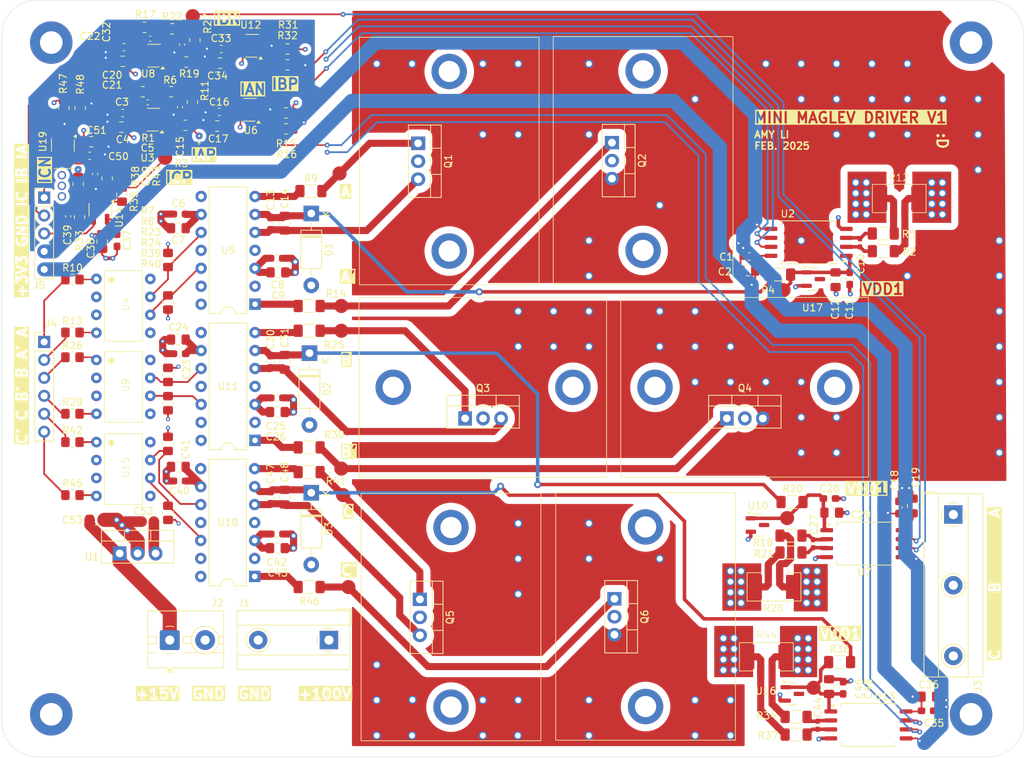
<source format=kicad_pcb>
(kicad_pcb (version 20240108) (generator "pcbnew") (generator_version "8.0")
  (layers (0 "F.Cu" signal) (1 "In1.Cu" signal) (2 "In2.Cu" signal) (31 "B.Cu" signal) (34 "B.Paste" user) (35 "F.Paste" user) (36 "B.SilkS" user "B.Silkscreen") (37 "F.SilkS" user "F.Silkscreen") (38 "B.Mask" user) (39 "F.Mask" user) (44 "Edge.Cuts" user))
  (net 0 "")
  (net 1 "GND")
  (net 2 "+5V")
  (net 3 "+15V")
  (net 4 "Net-(D1-K)")
  (net 5 "Net-(U17-K)")
  (net 6 "MCU_GND")
  (net 7 "+3.3V")
  (net 8 "Net-(U6--)")
  (net 9 "/I_A")
  (net 10 "Net-(U8-+)")
  (net 11 "/I_B")
  (net 12 "Net-(Q1-S)")
  (net 13 "Net-(D3-K)")
  (net 14 "Net-(Q3-S)")
  (net 15 "Net-(U8--)")
  (net 16 "/I_C")
  (net 17 "Net-(U10-K)")
  (net 18 "Net-(U12--)")
  (net 19 "Net-(U14-+)")
  (net 20 "Net-(U13-VDD1)")
  (net 21 "Net-(Q5-S)")
  (net 22 "Net-(D2-K)")
  (net 23 "Net-(U14--)")
  (net 24 "Net-(U19--)")
  (net 25 "/PHASE_C")
  (net 26 "/PHASE_A")
  (net 27 "/PHASE_B")
  (net 28 "/LO_C")
  (net 29 "/LO_A")
  (net 30 "/HI_A")
  (net 31 "/HI_B")
  (net 32 "/LO_B")
  (net 33 "/HI_C")
  (net 34 "+100V")
  (net 35 "Net-(Q1-G)")
  (net 36 "Net-(Q2-G)")
  (net 37 "Net-(Q3-G)")
  (net 38 "Net-(Q4-G)")
  (net 39 "Net-(Q5-G)")
  (net 40 "Net-(Q6-G)")
  (net 41 "Net-(R10-Pad2)")
  (net 42 "Net-(R13-Pad2)")
  (net 43 "Net-(U6-+)")
  (net 44 "Net-(U7-INP)")
  (net 45 "Net-(U7-OUTP)")
  (net 46 "Net-(U7-INN)")
  (net 47 "Net-(U7-OUTN)")
  (net 48 "Net-(U11-HIN)")
  (net 49 "Net-(U11-LIN)")
  (net 50 "Net-(U11-HO)")
  (net 51 "Net-(R26-Pad2)")
  (net 52 "Net-(R29-Pad2)")
  (net 53 "Net-(U11-LO)")
  (net 54 "Net-(U12-+)")
  (net 55 "Net-(U13-INP)")
  (net 56 "Net-(U13-OUTP)")
  (net 57 "Net-(U13-INN)")
  (net 58 "Net-(U13-OUTN)")
  (net 59 "Net-(U18-HIN)")
  (net 60 "Net-(U18-LIN)")
  (net 61 "Net-(U18-HO)")
  (net 62 "Net-(R42-Pad2)")
  (net 63 "Net-(R45-Pad2)")
  (net 64 "Net-(U18-LO)")
  (net 65 "Net-(U19-+)")
  (net 72 "Net-(U3-+)")
  (net 73 "Net-(U3--)")
  (net 74 "Net-(U2-INP)")
  (net 75 "Net-(U2-OUTP)")
  (net 76 "Net-(U2-INN)")
  (net 77 "Net-(U2-OUTN)")
  (net 78 "Net-(U5-HIN)")
  (net 79 "Net-(U5-LIN)")
  (net 80 "Net-(U5-HO)")
  (net 81 "Net-(U5-LO)")
  (footprint "Resistor_SMD:R_1206_3216Metric_Pad1.30x1.75mm_HandSolder" (layer "F.Cu") (at 183.55 119.115)
    (property "Reference" "R21")
    (property "Value" "10")
  )
  (footprint "Capacitor_SMD:C_0805_2012Metric_Pad1.18x1.45mm_HandSolder" (layer "F.Cu") (at 110.9625 99.25)
    (property "Reference" "C26")
    (property "Value" "22uF")
  )
  (footprint "Capacitor_SMD:C_0603_1608Metric_Pad1.08x0.95mm_HandSolder" (layer "F.Cu") (at 188.9875 111.48)
    (property "Reference" "C28")
    (property "Value" "100nF")
  )
  (footprint "Resistor_SMD:R_0805_2012Metric_Pad1.20x1.40mm_HandSolder" (layer "F.Cu") (at 80.7875 56.2125 -90)
    (property "Reference" "R47")
    (property "Value" "10k")
  )
  (footprint "Package_TO_SOT_SMD:SOT-23-5_HandSoldering" (layer "F.Cu") (at 80.6375 61.4625 -90)
    (property "Reference" "U19")
    (property "Value" "TLV6001IDBVR")
  )
  (footprint "Resistor_SMD:R_0805_2012Metric_Pad1.20x1.40mm_HandSolder" (layer "F.Cu") (at 82.8 67 -90)
    (property "Reference" "R38")
    (property "Value" "3.3k")
  )
  (footprint "Resistor_SMD:R_1206_3216Metric_Pad1.30x1.75mm_HandSolder" (layer "F.Cu") (at 115.45 124)
    (property "Reference" "R46")
    (property "Value" "10")
  )
  (footprint "Capacitor_SMD:C_0603_1608Metric_Pad1.08x0.95mm_HandSolder" (layer "F.Cu") (at 110.8625 77.5)
    (property "Reference" "C8")
    (property "Value" "100nF")
  )
  (footprint "Resistor_SMD:R_0805_2012Metric_Pad1.20x1.40mm_HandSolder" (layer "F.Cu") (at 83.0875 56.2125 90)
    (property "Reference" "R48")
    (property "Value" "10k")
  )
  (footprint "Capacitor_SMD:C_0402_1005Metric_Pad0.74x0.62mm_HandSolder" (layer "F.Cu") (at 186.675 117.865 -90)
    (property "Reference" "C27")
    (property "Value" "10nF")
  )
  (footprint "Package_TO_SOT_SMD:SOT-23-5_HandSoldering" (layer "F.Cu") (at 107.4 47.45 180)
    (property "Reference" "U12")
    (property "Value" "TLV6001IDBVR")
  )
  (footprint "Capacitor_SMD:C_0603_1608Metric_Pad1.08x0.95mm_HandSolder" (layer "F.Cu") (at 202.8625 141.5)
    (property "Reference" "C35")
    (property "Value" "100nF")
  )
  (footprint "Resistor_SMD:R_0805_2012Metric_Pad1.20x1.40mm_HandSolder" (layer "F.Cu") (at 91.95 53.95 180)
    (property "Reference" "R1")
    (property "Value" "3.3k")
  )
  (footprint "Resistor_SMD:R_1206_3216Metric_Pad1.30x1.75mm_HandSolder" (layer "F.Cu") (at 115.45 107.75)
    (property "Reference" "R41")
    (property "Value" "30")
  )
  (footprint "Custom_footprints:TO-220-3_Vertical_Heat_Sink" (layer "F.Cu") (at 131.1 125.7425 -90)
    (property "Reference" "Q5")
    (property "Value" "STB19NF20")
  )
  (footprint "Resistor_SMD:R_0805_2012Metric_Pad1.20x1.40mm_HandSolder" (layer "F.Cu") (at 83 71.7 -90)
    (property "Reference" "R33")
    (property "Value" "3.3k")
  )
  (footprint "Capacitor_SMD:C_0603_1608Metric_Pad1.08x0.95mm_HandSolder" (layer "F.Cu") (at 97.1375 109 180)
    (property "Reference" "C40")
    (property "Value" "100nF")
  )
  (footprint "Package_DIP:DIP-14_W7.62mm" (layer "F.Cu") (at 107.75 122.5 180)
    (property "Reference" "U18")
    (property "Value" "IR2110")
  )
  (footprint "Capacitor_SMD:C_0805_2012Metric_Pad1.18x1.45mm_HandSolder" (layer "F.Cu") (at 96.9625 73.25 180)
    (property "Reference" "C7")
    (property "Value" "22uF")
  )
  (footprint "Capacitor_SMD:C_0805_2012Metric_Pad1.18x1.45mm_HandSolder" (layer "F.Cu") (at 86.2 75.1375 -90)
    (property "Reference" "C38")
    (property "Value" "22uF")
  )
  (footprint "Package_TO_SOT_SMD:SOT-23" (layer "F.Cu") (at 178.8125 115.23)
    (property "Reference" "U10")
    (property "Value" "LM4040DBZ-5")
  )
  (footprint "Capacitor_SMD:C_0603_1608Metric_Pad1.08x0.95mm_HandSolder" (layer "F.Cu") (at 191.85 80.3625 -90)
    (property "Reference" "C11")
    (property "Value" "100nF")
  )
  (footprint "Resistor_SMD:R_0805_2012Metric_Pad1.20x1.40mm_HandSolder" (layer "F.Cu") (at 82 111)
    (property "Reference" "R45")
    (property "Value" "100")
  )
  (footprint "Capacitor_SMD:C_0805_2012Metric_Pad1.18x1.45mm_HandSolder" (layer "F.Cu") (at 102.4625 58.8 180)
    (property "Reference" "C17")
    (property "Value" "22uF")
  )
  (footprint "Capacitor_SMD:C_0805_2012Metric_Pad1.18x1.45mm_HandSolder" (layer "F.Cu") (at 200.75 112.5375 90)
    (property "Reference" "C19")
    (property "Value" "1uF")
  )
  (footprint "Connector_PinHeader_2.54mm:PinHeader_1x06_P2.54mm_Vertical" (layer "F.Cu") (at 78 89.34)
    (property "Reference" "J4")
    (property "Value" "Conn_01x06_Pin")
  )
  (footprint "TerminalBlock_MetzConnect:TerminalBlock_MetzConnect_Type067_RT01902HDWC_1x02_P10.00mm_Horizontal" (layer "F.Cu") (at 118.25 131.5 180)
    (property "Reference" "J1")
    (property "Value" "Conn_01x02_Pin")
  )
  (footprint "Capacitor_SMD:C_0805_2012Metric_Pad1.18x1.45mm_HandSolder" (layer "F.Cu") (at 96.9625 89 180)
    (property "Reference" "C24")
    (property "Value" "22uF")
  )
  (footprint "Capacitor_SMD:C_0805_2012Metric_Pad1.18x1.45mm_HandSolder" (layer "F.Cu") (at 110.9625 118.5)
    (property "Reference" "C43")
    (property "Value" "22uF")
  )
  (footprint "Capacitor_SMD:C_0805_2012Metric_Pad1.18x1.45mm_HandSolder" (layer "F.Cu") (at 96.9625 107 180)
    (property "Reference" "C41")
    (property "Value" "22uF")
  )
  (footprint "Resistor_SMD:R_0805_2012Metric_Pad1.20x1.40mm_HandSolder" (layer "F.Cu") (at 95.5 103.75 -90)
    (property "Reference" "R39")
    (property "Value" "1k")
  )
  (footprint "Resistor_SMD:R_0805_2012Metric_Pad1.20x1.40mm_HandSolder" (layer "F.Cu") (at 95.5 83.75 90)
    (property "Reference" "R8")
    (property "Value" "1k")
  )
  (footprint "Resistor_SMD:R_0805_2012Metric_Pad1.20x1.40mm_HandSolder" (layer "F.Cu") (at 82 80.5)
    (property "Reference" "R10")
    (property "Value" "100")
  )
  (footprint "Capacitor_SMD:C_0402_1005Metric_Pad0.74x0.62mm_HandSolder" (layer "F.Cu") (at 92.6325 55.45)
    (property "Reference" "C5")
    (property "Value" "330pF")
  )
  (footprint "Diode_THT:D_DO-41_SOD81_P10.16mm_Horizontal" (layer "F.Cu") (at 115.75 71.17 -90)
    (property "Reference" "D1")
    (property "Value" "UF4007")
  )
  (footprint "Capacitor_SMD:C_0805_2012Metric_Pad1.18x1.45mm_HandSolder" (layer "F.Cu") (at 85.4625 114.5)
    (property "Reference" "C53")
    (property "Value" "330nF")
  )
  (footprint "Resistor_SMD:R_1206_3216Metric_Pad1.30x1.75mm_HandSolder" (layer "F.Cu") (at 183.7 111.98 180)
    (property "Reference" "R20")
    (property "Value" "1k")
  )
  (footprint "Capacitor_SMD:C_0805_2012Metric_Pad1.18x1.45mm_HandSolder" (layer "F.Cu") (at 203.0375 139.5)
    (property "Reference" "C36")
    (property "Value" "1uF")
  )
  (footprint "Custom_footprints:BVT-I-R003" (layer "F.Cu") (at 176.575 132.165)
    (property "Reference" "R44")
    (property "Value" "R_Shunt")
  )
  (footprint "Capacitor_SMD:C_0805_2012Metric_Pad1.18x1.45mm_HandSolder" (layer "F.Cu") (at 102.8625 49.9 180)
    (property "Reference" "C34")
    (property "Value" "22uF")
  )
  (footprint "Resistor_SMD:R_0805_2012Metric_Pad1.20x1.40mm_HandSolder" (layer "F.Cu") (at 92.2 44.85 180)
    (property "Reference" "R17")
    (property "Value" "3.3k")
  )
  (footprint "Resistor_SMD:R_1206_3216Metric_Pad1.30x1.75mm_HandSolder" (layer "F.Cu") (at 115.45 84.25)
    (property "Reference" "R14")
    (property "Value" "10")
  )
  (footprint "Resistor_SMD:R_0805_2012Metric_Pad1.20x1.40mm_HandSolder" (layer "F.Cu") (at 98.1 49.75 180)
    (property "Reference" "R19")
    (property "Value" "3.3k")
  )
  (footprint "Custom_footprints:MCT6" (layer "F.Cu") (at 84.48 112.325 90)
    (property "Reference" "U15")
    (property "Value" "~")
  )
  (footprint "Resistor_SMD:R_1206_3216Metric_Pad1.30x1.75mm_HandSolder" (layer "F.Cu") (at 115.7 68)
    (property "Reference" "R9")
    (property "Value" "30")
  )
  (footprint "Resistor_SMD:R_0805_2012Metric_Pad1.20x1.40mm_HandSolder" (layer "F.Cu") (at 98.95 55.45 90)
    (property "Reference" "R11")
    (property "Value" "3.3k")
  )
  (footprint "Package_TO_SOT_SMD:SOT-23-5_HandSoldering" (layer "F.Cu") (at 107.1 56.5 180)
    (property "Reference" "U6")
    (property "Value" "TLV6001IDBVR")
  )
  (footprint "Capacitor_SMD:C_0805_2012Metric_Pad1.18x1.45mm_HandSolder" (layer "F.Cu") (at 112 92.2125 -90)
    (property "Reference" "C31")
    (property "Value" "22uF")
  )
  (footprint "Resistor_SMD:R_0805_2012Metric_Pad1.20x1.40mm_HandSolder" (layer "F.Cu") (at 95.5 94 -90)
    (property "Reference" "R23")
    (property "Value" "1k")
  )
  (footprint "Capacitor_SMD:C_0402_1005Metric_Pad0.74x0.62mm_HandSolder" (layer "F.Cu") (at 93 46.45)
    (property "Reference" "C22")
    (property "Value" "330pF")
  )
  (footprint "Capacitor_SMD:C_0603_1608Metric_Pad1.08x0.95mm_HandSolder" (layer "F.Cu") (at 89.3 47.65 180)
    (property "Reference" "C20")
    (property "Value" "100nF")
  )
  (footprint "Package_TO_SOT_THT:TO-220-3_Vertical" (layer "F.Cu") (at 88.67 119.25)
    (property "Reference" "U1")
    (property "Value" "uA7805")
  )
  (footprint "Custom_footprints:TO-220-3_Vertical_Heat_Sink" (layer "F.Cu") (at 174.4925 100.15)
    (property "Reference" "Q4")
    (property "Value" "STB19NF20")
  )
  (footprint "Capacitor_SMD:C_0805_2012Metric_Pad1.18x1.45mm_HandSolder" (layer "F.Cu") (at 188.925 138.0775 90)
    (property "Reference" "C46")
    (property "Value" "1uF")
  )
  (footprint "Capacitor_SMD:C_0402_1005Metric_Pad0.74x0.62mm_HandSolder" (layer "F.Cu") (at 187.325 143.5475 -90)
    (property "Reference" "C44")
    (property "Value" "10nF")
  )
  (footprint "Capacitor_SMD:C_0603_1608Metric_Pad1.08x0.95mm_HandSolder" (layer "F.Cu") (at 110.8875 116.5)
    (property "Reference" "C42")
    (property "Value" "100nF")
  )
  (footprint "Capacitor_SMD:C_0805_2012Metric_Pad1.18x1.45mm_HandSolder" (layer "F.Cu") (at 112 111.2875 -90)
    (property "Reference" "C48")
    (property "Value" "22uF")
  )
  (footprint "Diode_THT:D_DO-41_SOD81_P10.16mm_Horizontal" (layer "F.Cu") (at 115.5 90.92 -90)
    (property "Reference" "D2")
    (property "Value" "UF4007")
  )
  (footprint "Package_DIP:DIP-14_W7.62mm" (layer "F.Cu") (at 107.8 84 180)
    (property "Reference" "U5")
    (property "Value" "IR2110")
  )
  (footprint "Resistor_SMD:R_0805_2012Metric_Pad1.20x1.40mm_HandSolder" (layer "F.Cu") (at 82 103.5)
    (property "Reference" "R42")
    (property "Value" "100")
  )
  (footprint "Capacitor_SMD:C_0603_1608Metric_Pad1.08x0.95mm_HandSolder" (layer "F.Cu") (at 89.0875 56.95 180)
    (property "Reference" "C3")
    (property "Value" "100nF")
  )
  (footprint "Capacitor_SMD:C_0603_1608Metric_Pad1.08x0.95mm_HandSolder" (layer "F.Cu") (at 84.425 63.0125)
    (property "Reference" "C50")
    (property "Value" "100nF")
  )
  (footprint "Capacitor_SMD:C_0805_2012Metric_Pad1.18x1.45mm_HandSolder" (layer "F.Cu") (at 88.9125 58.95 180)
    (property "Reference" "C4")
    (property "Value" "22uF")
  )
  (footprint "Capacitor_SMD:C_0603_1608Metric_Pad1.08x0.95mm_HandSolder" (layer "F.Cu") (at 198.75 112.75 90)
    (property "Reference" "C18")
    (property "Value" "100nF")
  )
  (footprint "Package_TO_SOT_SMD:SOT-23" (layer "F.Cu") (at 183.7375 139.115)
    (property "Reference" "U16")
    (property "Value" "LM4040DBZ-5")
  )
  (footprint "Resistor_SMD:R_1206_3216Metric_Pad1.30x1.75mm_HandSolder" (layer "F.Cu") (at 196.6 74 180)
    (property "Reference" "R5")
    (property "Value" "10")
  )
  (footprint "Package_TO_SOT_SMD:SOT-23-5_HandSoldering" (layer "F.Cu") (at 93.55 48.85 180)
    (property "Reference" "U8")
    (property "Value" "TLV6001IDBVR")
  )
  (footprint "Package_SO:SOIC-8_7.5x5.85mm_P1.27mm" (layer "F.Cu") (at 194.5 143.5)
    (property "Reference" "U13")
    (property "Value" "AMC1302DWVR")
  )
  (footprint "Package_TO_SOT_SMD:SOT-23-5_HandSoldering" (layer "F.Cu") (at 85.95 70.65 -90)
    (property "Reference" "U14")
    (property "Value" "TLV6001IDBVR")
  )
  (footprint "Capacitor_SMD:C_0402_1005Metric_Pad0.74x0.62mm_HandSolder" (layer "F.Cu") (at 193.3 75.3175 90)
    (property "Reference" "C10")
    (property "Value" "10nF")
  )
  (footprint "Resistor_SMD:R_0805_2012Metric_Pad1.20x1.40mm_HandSolder" (layer "F.Cu") (at 112.4 47.9 180)
    (property "Reference" "R31")
    (property "Value" "10k")
  )
  (footprint "Resistor_SMD:R_0805_2012Metric_Pad1.20x1.40mm_HandSolder" (layer "F.Cu") (at 82 91.5)
    (property "Reference" "R26")
    (property "Value" "100")
  )
  (footprint "Capacitor_SMD:C_0603_1608Metric_Pad1.08x0.95mm_HandSolder" (layer "F.Cu") (at 97.1125 71.25 180)
    (property "Reference" "C6")
    (property "Value" "100nF")
  )
  (footprint "Resistor_SMD:R_0805_2012Metric_Pad1.20x1.40mm_HandSolder" (layer "F.Cu") (at 95.5 98 90)
    (property "Reference" "R24")
    (property "Value" "1k")
  )
  (footprint "Custom_footprints:TO-220-3_Vertical_Heat_Sink" (layer "F.Cu") (at 158.25 61.1525 -90)
    (property "Reference" "Q2")
    (property "Value" "STB19NF20")
  )
  (footprint "Resistor_SMD:R_1206_3216Metric_Pad1.30x1.75mm_HandSolder" (layer "F.Cu") (at 115.45 87.75)
    (property "Reference" "R25")
    (property "Value" "30")
  )
  (footprint "Capacitor_SMD:C_0805_2012Metric_Pad1.18x1.45mm_HandSolder" (layer "F.Cu") (at 84.65 61.0125)
    (property "Reference" "C51")
    (property "Value" "22uF")
  )
  (footprint "Resistor_SMD:R_0805_2012Metric_Pad1.20x1.40mm_HandSolder" (layer "F.Cu") (at 95.5 77.75 -90)
    (property "Reference" "R7")
    (property "Value" "1k")
  )
  (footprint "Custom_footprints:TO-220-3_Vertical_Heat_Sink" (layer "F.Cu") (at 158.6 125.66 -90)
    (property "Reference" "Q6")
    (property "Value" "STB19NF20")
  )
  (footprint "Capacitor_SMD:C_0805_2012Metric_Pad1.18x1.45mm_HandSolder" (layer "F.Cu") (at 112 72.5375 -90)
    (property "Reference" "C14")
    (property "Value" "22uF")
  )
  (footprint "Resistor_SMD:R_0805_2012Metric_Pad1.20x1.40mm_HandSolder" (layer "F.Cu") (at 95.5 113.5 90)
    (property "Reference" "R40")
    (property "Value" "1k")
  )
  (footprint "Custom_footprints:BVT-I-R003_Reverse" (layer "F.Cu") (at 177.65 122.28)
    (property "Reference" "R28")
    (property "Value" "R_Shunt")
  )
  (footprint "Capacitor_SMD:C_0402_1005Metric_Pad0.74x0.62mm_HandSolder" (layer "F.Cu") (at 81.4 71.5675 90)
    (property "Reference" "C39")
    (property "Value" "330pF")
  )
  (footprint "Diode_THT:D_DO-41_SOD81_P10.16mm_Horizontal" (layer "F.Cu") (at 115.75 110.67 -90)
    (property "Reference" "D3")
    (property "Value" "UF4007")
  )
  (footprint "Package_DIP:DIP-14_W7.62mm" (layer "F.Cu") (at 107.8 103.25 180)
    (property "Reference" "U11")
    (property "Value" "IR2110")
  )
  (footprint "Resistor_SMD:R_0805_2012Metric_Pad1.20x1.40mm_HandSolder" (layer "F.Cu") (at 95.95 53.95 180)
    (property "Reference" "R6")
    (property "Value" "3.3k")
  )
  (footprint "Capacitor_SMD:C_0805_2012Metric_Pad1.18x1.45mm_HandSolder" (layer "F.Cu") (at 189.3125 113.48)
    (property "Reference" "C29")
    (property "Value" "1uF")
  )
  (footprint "Resistor_SMD:R_1206_3216Metric_Pad1.30x1.75mm_HandSolder" (layer "F.Cu") (at 196.6 76.5 180)
    (property "Reference" "R2")
    (property "Value" "10")
  )
  (footprint "Resistor_SMD:R_0805_2012Metric_Pad1.20x1.40mm_HandSolder" (layer "F.Cu") (at 86.9 66.2 90)
    (property "Reference" "R43")
    (property "Value" "3.3k")
  )
  (footprint "Capacitor_SMD:C_0805_2012Metric_Pad1.18x1.45mm_HandSolder" (layer "F.Cu") (at 189.85 80.5375 -90)
    (property "Reference" "C12")
    (property "Value" "1uF")
  )
  (footprint "Custom_footprints:TO-220-3_Vertical_Heat_Sink" (layer "F.Cu") (at 130.85 61.2425 -90)
    (property "Reference" "Q1")
    (property "Value" "STB19NF20")
  )
  (footprint "Capacitor_SMD:C_0805_2012Metric_Pad1.18x1.45mm_HandSolder" (layer "F.Cu") (at 89.1125 49.65 180)
    (property "Reference" "C21")
    (property "Value" "22uF")
  )
  (footprint "Capacitor_SMD:C_0805_2012Metric_Pad1.18x1.45mm_HandSolder" (layer "F.Cu") (at 177.4625 79.25 180)
    (property "Reference" "C2")
    (property "Value" "1uF")
  )
  (footprint "Custom_footprints:BVT-I-R003" (layer "F.Cu") (at 195.35 67.35)
    (property "Reference" "R12")
    (property "Value" "R_Shunt")
  )
  (footprint "Resistor_SMD:R_0805_2012Metric_Pad1.20x1.40mm_HandSolder" (layer "F.Cu") (at 89 68.5 -90)
    (property "Reference" "R35")
    (property "Value" "3.3k")
  )
  (footprint "Resistor_SMD:R_1206_3216Metric_Pad1.30x1.75mm_HandSolder" (layer "F.Cu") (at 184.275 142.365)
    (property "Reference" "R34")
    (property "Value" "10")
  )
  (footprint "TerminalBlock:TerminalBlock_MaiXu_MX126-5.0-02P_1x02_P5.00mm" (layer "F.Cu") (at 95.75 131.5)
    (property "Reference" "J2")
    (property "Value" "Conn_01x02_Pin")
  )
  (footprint "Custom_footprints:MCT6" (layer "F.Cu") (at 84.48 89.245 90)
    (property "Reference" "U4")
    (property "Value" "~")
  )
  (footprint "Resistor_SMD:R_1206_3216Metric_Pad1.30x1.75mm_HandSolder" (layer "F.Cu") (at 115.45 104.25)
    (property "Reference" "R30")
    (property "Value" "10")
  )
  (footprint "Custom_footprints:TO-220-3_Vertical_Heat_Sink" (layer "F.Cu") (at 137.4925 100.15)
    (property "Reference" "Q3")
    (property "Value" "STB19NF20")
  )
  (footprint "Custom_footprints:MCT6" (layer "F.Cu") (at 84.48 100.705 90)
    (property "Reference" "U9")
    (property "Value" "~")
  )
  (footprint "Capacitor_SMD:C_0603_1608Metric_Pad1.08x0.95mm_HandSolder" (layer "F.Cu") (at 102.75 56.8 180)
    (property "Reference" "C16")
    (property "Value" "100nF")
  )
  (footprint "Capacitor_SMD:C_0603_1608Metric_Pad1.08x0.95mm_HandSolder" (layer "F.Cu") (at 110 111.3625 -90)
    (property "Reference" "C47")
    (property "Value" "100nF")
  )
  (footprint "Resistor_SMD:R_0805_2012Metric_Pad1.20x1.40mm_HandSolder" (layer "F.Cu") (at 82 99.5)
    (property "Reference" "R29")
    (property "Value" "100")
  )
  (footprint "Capacitor_SMD:C_0402_1005Metric_Pad0.74x0.62mm_HandSolder" (layer "F.Cu") (at 97.5 47.2825 90)
    (property "Reference" "C32")
    (property "Value" "330pF")
  )
  (footprint "Resistor_SMD:R_0805_2012Metric_Pad1.20x1.40mm_HandSolder" (layer "F.Cu") (at 112.2 56.95 180)
    (property "Reference" "R15")
    (property "Value" "10k")
  )
  (footprint "Capacitor_SMD:C_0603_1608Metric_Pad1.08x0.95mm_HandSolder" (layer "F.Cu") (at 110 92.1375 -90)
    (property "Reference" "C30")
    (property "Value" "100nF")
  )
  (footprint "Resistor_SMD:R_0805_2012Metric_Pad1.20x1.40mm_HandSolder" (layer "F.Cu") (at 99.3 46.65 90)
    (property "Reference" "R27")
    (property "Value" "3.3k")
  )
  (footprint "Capacitor_SMD:C_0603_1608Metric_Pad1.08x0.95mm_HandSolder" (layer "F.Cu") (at 177.6625 77.25 180)
    (property "Reference" "C1")
    (property "Value" "100nF")
  )
  (footprint "Resistor_SMD:R_1206_3216Metric_Pad1.30x1.75mm_HandSolder" (layer "F.Cu") (at 181.95 79.8 180)
    (property "Reference" "R4")
    (property "Value" "1k")
  )
  (footprint "Package_SO:SOIC-8_7.5x5.85mm_P1.27mm" (layer "F.Cu") (at 186.05 75.25 180)
    (property "Reference" "U2")
    (property "Value" "AMC1302DWVR")
  )
  (footprint "Resistor_SMD:R_1206_3216Metric_Pad1.30x1.75mm_HandSolder" (layer "F.Cu") (at 184.275 144.865)
    (property "Reference" "R37")
    (property "Value" "10")
  )
  (footprint "Resistor_SMD:R_1206_3216Metric_Pad1.30x1.75mm_HandSolder" (layer "F.Cu") (at 190.425 134.615)
    (property "Reference" "R36")
    (property "Value" "1k")
  )
  (footprint "Connector_PinHeader_2.54mm:PinHeader_1x05_P2.54mm_Vertical" (layer "F.Cu") (at 78 68.92)
    (property "Reference" "J5")
    (property "Value" "Conn_01x05_Pin")
  )
  (footprint "Resistor_SMD:R_0805_2012Metric_Pad1.20x1.40mm_HandSolder" (layer "F.Cu") (at 97.95 58.7 180)
    (property "Reference" "R3")
    (property "Value" "3.3k")
  )
  (footprint "Capacitor_SMD:C_0603_1608Metric_Pad1.08x0.95mm_HandSolder" (layer "F.Cu") (at 103.0375 47.9 180)
    (property "Reference" "C33")
    (property "Value" "100nF")
  )
  (footprint "Capacitor_SMD:C_0402_1005Metric_Pad0.74x0.62mm_HandSolder" (layer "F.Cu") (at 97.2 56.1325 90)
    (property "Reference" "C15")
    (property "Value" "330pF")
  )
  (footprint "Package_TO_SOT_SMD:SOT-23" (layer "F.Cu") (at 186.7 80.45)
    (property "Reference" "U17")
    (property "Value" "LM4040DBZ-5")
  )
  (footprint "Resistor_SMD:R_1206_3216Metric_Pad1.30x1.75mm_HandSolder" (layer "F.Cu") (at 183.55 116.73)
    (property "Reference" "R18")
    (property "Value" "10")
  )
  (footprint "Capacitor_SMD:C_0603_1608Metric_Pad1.08x0.95mm_HandSolder" (layer "F.Cu") (at 190.925 138.2525 90)
    (property "Reference" "C45")
    (property "Value" "100nF")
  )
  (footprint "Package_TO_SOT_SMD:SOT-23-5_HandSoldering" (layer "F.Cu") (at 93.45 57.9 180)
    (property "Reference" "U3")
    (property "Value" "TLV6001IDBVR")
  )
  (footprint "Capacitor_SMD:C_0603_1608Metric_Pad1.08x0.95mm_HandSolder" (layer "F.Cu") (at 110 72.6125 -90)
    (property "Reference" "C13")
    (property "Value" "100nF")
  )
  (footprint "Capacitor_SMD:C_0603_1608Metric_Pad1.08x0.95mm_HandSolder" (layer "F.Cu") (at 92.6375 114.75 180)
    (property "Reference" "C52")
    (property "Value" "100nF")
  )
  (footprint "Capacitor_SMD:C_0603_1608Metric_Pad1.08x0.95mm_HandSolder" (layer "F.Cu") (at 88.3 74.9625 -90)
    (property "Reference" "C37")
    (property "Value" "100nF")
  )
  (footprint "Package_SO:SOIC-8_7.5x5.85mm_P1.27mm" (layer "F.Cu") (at 193.925 117.865)
    (property "Reference" "U7")
    (property "Value" "AMC1302DWVR")
  )
  (footprint "Capacitor_SMD:C_0402_1005Metric_Pad0.74x0.62mm_HandSolder" (layer "F.Cu") (at 85.2 65.5675 90)
    (property "Reference" "C49")
    (property "Value" "330pF")
  )
  (footprint "Capacitor_SMD:C_0603_1608Metric_Pad1.08x0.95mm_HandSolder" (layer "F.Cu") (at 97.1375 91 180)
    (property "Reference" "C23")
    (property "Value" "100nF")
  )
  (footprint "Resistor_SMD:R_0805_2012Metric_Pad1.20x1.40mm_HandSolder" (layer "F.Cu") (at 112.4 50.15)
    (property "Reference" "R32")
    (property "Value" "10k")
  )
  (footprint "Capacitor_SMD:C_0805_2012Metric_Pad1.18x1.45mm_HandSolder" (layer "F.Cu") (at 111.0375 79.5)
    (property "Reference" "C9")
    (property "Value" "22uF")
  )
  (footprint "Resistor_SMD:R_0805_2012Metric_Pad1.20x1.40mm_HandSolder" (layer "F.Cu") (at 112.2 59.2)
    (property "Reference" "R16")
    (property "Value" "10k")
  )
  (footprint "TerminalBlock_MetzConnect:TerminalBlock_MetzConnect_Type067_RT01903HDWC_1x03_P10.00mm_Horizontal" (layer "F.Cu") (at 206.5 113.75 -90)
    (property "Reference" "J3")
    (property "Value" "Conn_01x03_Pin")
  )
  (footprint "Capacitor_SMD:C_0603_1608Metric_Pad1.08x0.95mm_HandSolder" (layer "F.Cu") (at 110.8875 97.25)
    (property "Reference" "C25")
    (property "Value" "100nF")
  )
  (footprint "Resistor_SMD:R_0805_2012Metric_Pad1.20x1.40mm_HandSolder" (layer "F.Cu") (at 82 88)
    (property "Reference" "R13")
    (property "Value" "100")
  )
  (footprint "Resistor_SMD:R_0805_2012Metric_Pad1.20x1.40mm_HandSolder" (layer "F.Cu") (at 96.1 45.05 180)
    (property "Reference" "R22")
    (property "Value" "3.3k")
  )
  (gr_circle (center 121 124) (end 122 124) (fill solid) (layer "F.Cu") (net 40))
  (gr_circle (center 120 84.25) (end 121 84.25) (fill solid) (layer "F.Cu") (net 36))
  (gr_rect (start 191.55 65.25) (end 197.05 72.5) (fill solid) (layer "F.Cu") (net 12))
  (gr_circle (center 104.5 53) (end 105.5 53) (fill solid) (layer "F.Cu") (net 77))
  (gr_rect (start 200.7 65.25) (end 206.2 72.5) (fill solid) (layer "F.Cu") (net 26))
  (gr_circle (center 95.1 63.3) (end 96.1 63.3) (fill solid) (layer "F.Cu") (net 56))
  (gr_circle (center 186.75 138.25) (end 187.75 138.25) (fill solid) (layer "F.Cu") (net 20))
  (gr_circle (center 99 43.25) (end 100 43.25) (fill solid) (layer "F.Cu") (net 47))
  (gr_circle (center 183 114.25) (end 184 114.25) (fill solid) (layer "F.Cu") (net 17))
  (gr_circle (center 120 87.75) (end 121 87.75) (fill solid) (layer "F.Cu") (net 37))
  (gr_rect (start 173.85 120.65) (end 179.35 127.35) (fill solid) (layer "F.Cu") (net 14))
  (gr_circle (center 182.5 82) (end 183.5 82) (fill solid) (layer "F.Cu") (net 5))
  (gr_rect (start 182 129.5) (end 187.25 136.75) (fill solid) (layer "F.Cu") (net 25))
  (gr_circle (center 119.75 65.5) (end 120.75 65.5) (fill solid) (layer "F.Cu") (net 35))
  (gr_circle (center 109.25 51.25) (end 110.25 51.25) (fill solid) (layer "F.Cu") (net 45))
  (gr_circle (center 120.25 111) (end 121.25 111) (fill solid) (layer "F.Cu") (net 39))
  (gr_rect (start 183.95 120.75) (end 188.75 127.45) (fill solid) (layer "F.Cu") (net 27))
  (gr_rect (start 172.7 129.5) (end 178.2 136.75) (fill solid) (layer "F.Cu") (net 21))
  (gr_circle (center 120 107.25) (end 121 107.25) (fill solid) (layer "F.Cu") (net 38))
  (gr_line (start 82.1 64.8) (end 81.8 65) (stroke (width 0.1)) (layer "F.SilkS"))
  (gr_line (start 99.9 60.95) (end 99.7 61.25) (stroke (width 0.1)) (layer "F.SilkS"))
  (gr_line (start 81.8 64.6) (end 82.1 64.8) (stroke (width 0.1)) (layer "F.SilkS"))
  (gr_line (start 99.9 61.45) (end 99.9 60.95) (stroke (width 0.1)) (layer "F.SilkS"))
  (gr_line (start 99.9 60.95) (end 100.1 61.25) (stroke (width 0.1)) (layer "F.SilkS"))
  (gr_line (start 82.1 64.8) (end 81.8 64.6) (stroke (width 0.1)) (layer "F.SilkS"))
  (gr_line (start 79.4 64.8) (end 82.1 64.8) (stroke (width 0.1)) (layer "F.SilkS"))
  (gr_line (start 71.999999 46) (end 72 143) (stroke (width 0.05)) (layer "Edge.Cuts"))
  (gr_arc (start 76.999999 147.999999) (mid 73.464466 146.535533) (end 72 143) (stroke (width 0.05)) (layer "Edge.Cuts"))
  (gr_arc (start 216.464466 143) (mid 215 146.535534) (end 211.464466 148) (stroke (width 0.05)) (layer "Edge.Cuts"))
  (gr_line (start 76.999999 147.999999) (end 211.464466 148) (stroke (width 0.05)) (layer "Edge.Cuts"))
  (gr_line (start 211.464466 41) (end 76.999999 41) (stroke (width 0.05)) (layer "Edge.Cuts"))
  (gr_arc (start 71.999999 46) (mid 73.464465 42.464466) (end 76.999999 41) (stroke (width 0.05)) (layer "Edge.Cuts"))
  (gr_arc (start 211.464466 41) (mid 215 42.464466) (end 216.464466 46) (stroke (width 0.05)) (layer "Edge.Cuts"))
  (gr_line (start 216.464466 143) (end 216.464466 46) (stroke (width 0.05)) (layer "Edge.Cuts"))
  (gr_text "AMY LI\nFEB. 2025" (at 178.25 62.2 0) (layer "F.SilkS") (effects (font (size 1 1) (thickness 0.2) (bold yes)) (justify left bottom)))
  (gr_text "GND" (at 105.25 140 0) (layer "F.SilkS" knockout) (effects (font (size 1.5 1.5) (thickness 0.3) (bold yes)) (justify left bottom)))
  (gr_text "C'" (at 119.75 122.5 0) (layer "F.SilkS" knockout) (effects (font (size 1.5 1.5) (thickness 0.3) (bold yes)) (justify left bottom)))
  (gr_text "ICP" (at 95 67 0) (layer "F.SilkS" knockout) (effects (font (size 1.5 1.5) (thickness 0.3) (bold yes)) (justify left bottom)))
  (gr_text "GND\n" (at 98.75 140 0) (layer "F.SilkS" knockout) (effects (font (size 1.5 1.5) (thickness 0.3) (bold yes)) (justify left bottom)))
  (gr_text "VDD1" (at 191.25 111 0) (layer "F.SilkS" knockout) (effects (font (size 1.5 1.5) (thickness 0.3) (bold yes)) (justify left bottom)))
  (gr_text "IAP" (at 98.6 63.8 0) (layer "F.SilkS" knockout) (effects (font (size 1.5 1.5) (thickness 0.3) (bold yes)) (justify left bottom)))
  (gr_text "A'" (at 119.75 81 0) (layer "F.SilkS" knockout) (effects (font (size 1.5 1.5) (thickness 0.3) (bold yes)) (justify left bottom)))
  (gr_text "IBN" (at 101.75 44.5 0) (layer "F.SilkS" knockout) (effects (font (size 1.5 1.5) (thickness 0.3) (bold yes)) (justify left bottom)))
  (gr_text "ICN" (at 79 67.1 90) (layer "F.SilkS" knockout) (effects (font (size 1.5 1.5) (thickness 0.3) (bold yes)) (justify left bottom)))
  (gr_text "+100V" (at 113.75 140 0) (layer "F.SilkS" knockout) (effects (font (size 1.5 1.5) (thickness 0.3) (bold yes)) (justify left bottom)))
  (gr_text "+3V3 GND IC IB IA" (at 75.75 83.25 90) (layer "F.SilkS" knockout) (effects (font (size 1.5 1.5) (thickness 0.3) (bold yes)) (justify left bottom)))
  (gr_text "VDD1" (at 193.5 82.75 0) (layer "F.SilkS" knockout) (effects (font (size 1.5 1.5) (thickness 0.3) (bold yes)) (justify left bottom)))
  (gr_text "MINI MAGLEV DRIVER V1" (at 178.25 58.5 0) (layer "F.SilkS" knockout) (effects (font (size 1.5 1.5) (thickness 0.3) (bold yes)) (justify left bottom)))
  (gr_text ":D" (at 204.05 59.6 -90) (layer "F.SilkS") (effects (font (size 1.5 1.5) (thickness 0.3) (bold yes)) (justify left bottom)))
  (gr_text "A" (at 119.75 69 0) (layer "F.SilkS" knockout) (effects (font (size 1.5 1.5) (thickness 0.3) (bold yes)) (justify left bottom)))
  (gr_text "VDD1" (at 187.5 131.5 0) (layer "F.SilkS" knockout) (effects (font (size 1.5 1.5) (thickness 0.3) (bold yes)) (justify left bottom)))
  (gr_text "IBP" (at 110 53.75 0) (layer "F.SilkS" knockout) (effects (font (size 1.5 1.5) (thickness 0.3) (bold yes)) (justify left bottom)))
  (gr_text "B'" (at 119.75 105.75 0) (layer "F.SilkS" knockout) (effects (font (size 1.5 1.5) (thickness 0.3) (bold yes)) (justify left bottom)))
  (gr_text "B" (at 119.75 92.75 0) (layer "F.SilkS" knockout) (effects (font (size 1.5 1.5) (thickness 0.3) (bold yes)) (justify left bottom)))
  (gr_text "+15V" (at 90.75 140 0) (layer "F.SilkS" knockout) (effects (font (size 1.5 1.5) (thickness 0.3) (bold yes)) (justify left bottom)))
  (gr_text "C' C B' B A' A" (at 75.75 104 90) (layer "F.SilkS" knockout) (effects (font (size 1.5 1.5) (thickness 0.3) (bold yes)) (justify left bottom)))
  (gr_text "C       B        A" (at 213.25 134.5 90) (layer "F.SilkS" knockout) (effects (font (size 1.5 1.5) (thickness 0.3) (bold yes)) (justify left bottom)))
  (gr_text "C" (at 120 114.25 0) (layer "F.SilkS" knockout) (effects (font (size 1.5 1.5) (thickness 0.3) (bold yes)) (justify left bottom)))
  (gr_text "IAN" (at 105.5 54.5 0) (layer "F.SilkS" knockout) (effects (font (size 1.5 1.5) (thickness 0.3) (bold yes)) (justify left bottom)))
  (via (at 79 142) (size 6) (drill 3.2) (layers "F.Cu" "B.Cu") (net 0))
  (via (at 209 142) (size 6) (drill 3.2) (layers "F.Cu" "B.Cu") (net 0))
  (via (at 209 47) (size 6) (drill 3.2) (layers "F.Cu" "B.Cu") (net 0))
  (via (at 79 47) (size 6) (drill 3.2) (layers "F.Cu" "B.Cu") (net 0))
  (segment (start 94.75 89.25) (end 94.75 90.5) (width 1) (layer "F.Cu") (net 1))
  (segment (start 88.25 114.5) (end 89 115.25) (width 2) (layer "F.Cu") (net 1))
  (segment (start 113.25 97.5) (end 113 97.25) (width 1) (layer "F.Cu") (net 1))
  (segment (start 112 99.25) (end 113.25 99.25) (width 1) (layer "F.Cu") (net 1))
  (segment (start 113.5 78) (end 113.5 79.5) (width 1) (layer "F.Cu") (net 1))
  (segment (start 95.25 107.675) (end 95.925 107) (width 1) (layer "F.Cu") (net 1))
  (segment (start 95.5 73.25) (end 94.5 72.25) (width 1) (layer "F.Cu") (net 1))
  (segment (start 113.25 99.25) (end 113.25 97.5) (width 1) (layer "F.Cu") (net 1))
  (segment (start 96.25 71.25) (end 94.5 71.25) (width 1) (layer "F.Cu") (net 1))
  (segment (start 112 118.5) (end 113.25 118.5) (width 1) (layer "F.Cu") (net 1))
  (segment (start 113.5 79.5) (end 112.075 79.5) (width 1) (layer "F.Cu") (net 1))
  (segment (start 113 77.5) (end 113.5 78) (width 1) (layer "F.Cu") (net 1))
  (segment (start 95.3 109) (end 96.275 109) (width 1) (layer "F.Cu") (net 1))
  (segment (start 111.75 97.25) (end 113 97.25) (width 1) (layer "F.Cu") (net 1))
  (segment (start 89 115.25) (end 89.5 114.75) (width 1.5) (layer "F.Cu") (net 1))
  (segment (start 89 115.25) (end 91.21 117.46) (width 2) (layer "F.Cu") (net 1))
  (segment (start 95.25 91) (end 94.75 90.5) (width 1) (layer "F.Cu") (net 1))
  (segment (start 95 89) (end 94.75 89.25) (width 1) (layer "F.Cu") (net 1))
  (segment (start 111.75 116.5) (end 113 116.5) (width 1) (layer "F.Cu") (net 1))
  (segment (start 86.5 114.5) (end 88.25 114.5) (width 2) (layer "F.Cu") (net 1))
  (segment (start 95.925 89) (end 95 89) (width 1) (layer "F.Cu") (net 1))
  (segment (start 113.25 118.5) (end 113.25 116.75) (width 1) (layer "F.Cu") (net 1))
  (segment (start 96.275 91) (end 95.25 91) (width 1) (layer "F.Cu") (net 1))
  (segment (start 113 116.5) (end 113.25 116.75) (width 1) (layer "F.Cu") (net 1))
  (segment (start 89.5 114.75) (end 91.775 114.75) (width 1.5) (layer "F.Cu") (net 1))
  (segment (start 94.5 72.25) (end 94.5 71.25) (width 1) (layer "F.Cu") (net 1))
  (segment (start 111.725 77.5) (end 113 77.5) (width 1) (layer "F.Cu") (net 1))
  (segment (start 95.25 108.95) (end 95.3 109) (width 1) (layer "F.Cu") (net 1))
  (segment (start 95.925 73.25) (end 95.5 73.25) (width 1) (layer "F.Cu") (net 1))
  (segment (start 95.25 107.675) (end 95.25 108.95) (width 1) (layer "F.Cu") (net 1))
  (segment (start 91.21 117.46) (end 91.21 119.25) (width 2) (layer "F.Cu") (net 1))
  (via (at 130 50) (size 1.2) (drill 0.8) (layers "F.Cu" "B.Cu") (net 1))
  (via (at 125 140) (size 1.2) (drill 0.8) (layers "F.Cu" "B.Cu") (net 1))
  (via (at 140 145) (size 1.2) (drill 0.8) (layers "F.Cu" "B.Cu") (net 1))
  (via (at 140 140) (size 1.2) (drill 0.8) (layers "F.Cu" "B.Cu") (net 1))
  (via (at 180 95) (size 1.2) (drill 0.8) (layers "F.Cu" "B.Cu") (net 1))
  (via (at 155 90) (size 1.2) (drill 0.8) (layers "F.Cu" "B.Cu") (net 1))
  (via (at 165 70) (size 1.2) (drill 0.8) (layers "F.Cu" "B.Cu") (net 1))
  (via (at 125 50) (size 1.2) (drill 0.8) (layers "F.Cu" "B.Cu") (net 1))
  (via (at 185 55) (size 1.2) (drill 0.8) (layers "F.Cu" "B.Cu") (net 1))
  (via (at 190 50) (size 1.2) (drill 0.8) (layers "F.Cu" "B.Cu") (net 1))
  (via (at 190 55) (size 1.2) (drill 0.8) (layers "F.Cu" "B.Cu") (net 1))
  (via (at 125 145) (size 1.2) (drill 0.8) (layers "F.Cu" "B.Cu") (net 1))
  (via (at 185 100) (size 1.2) (drill 0.8) (layers "F.Cu" "B.Cu") (net 1))
  (via (at 165 90) (size 1.2) (drill 0.8) (layers "F.Cu" "B.Cu") (net 1))
  (via (at 213 80) (size 1.2) (drill 0.8) (layers "F.Cu" "B.Cu") (net 1))
  (via (at 145 125) (size 1.2) (drill 0.8) (layers "F.Cu" "B.Cu") (net 1))
  (via (at 155 140) (size 1.2) (drill 0.8) (layers "F.Cu" "B.Cu") (net 1))
  (via (at 200 55) (size 1.2) (drill 0.8) (layers "F.Cu" "B.Cu") (net 1))
  (via (at 180 50) (size 1.2) (drill 0.8) (layers "F.Cu" "B.Cu") (net 1))
  (via (at 210 60) (size 1.2) (drill 0.8) (layers "F.Cu" "B.Cu") (net 1))
  (via (at 155 85) (size 1.2) (drill 0.8) (layers "F.Cu" "B.Cu") (net 1))
  (via (at 170 55) (size 1.2) (drill 0.8) (layers "F.Cu" "B.Cu") (net 1))
  (via (at 213 105) (size 1.2) (drill 0.8) (layers "F.Cu" "B.Cu") (net 1))
  (via (at 145 85) (size 1.2) (drill 0.8) (layers "F.Cu" "B.Cu") (net 1))
  (via (at 113.5 79.5) (size 0.9) (drill 0.5) (layers "F.Cu" "B.Cu") (net 1))
  (via (at 130.055773 139.944226) (size 1.2) (drill 0.8) (layers "F.Cu" "B.Cu") (net 1))
  (via (at 89 115.25) (size 0.9) (drill 0.5) (layers "F.Cu" "B.Cu") (net 1))
  (via (at 175 145) (size 1.2) (drill 0.8) (layers "F.Cu" "B.Cu") (net 1))
  (via (at 200 50) (size 1.2) (drill 0.8) (layers "F.Cu" "B.Cu") (net 1))
  (via (at 150 90) (size 1.2) (drill 0.8) (layers "F.Cu" "B.Cu") (net 1))
  (via (at 144.947392 145) (size 1.2) (drill 0.8) (layers "F.Cu" "B.Cu") (net 1))
  (via (at 213 100) (size 1.2) (drill 0.8) (layers "F.Cu" "B.Cu") (net 1))
  (via (at 205 55) (size 1.2) (drill 0.8) (layers "F.Cu" "B.Cu") (net 1))
  (via (at 175 140) (size 1.2) (drill 0.8) (layers "F.Cu" "B.Cu") (net 1))
  (via (at 185 95) (size 1.2) (drill 0.8) (layers "F.Cu" "B.Cu") (net 1))
  (via (at 170 90) (size 1.2) (drill 0.8) (layers "F.Cu" "B.Cu") (net 1))
  (via (at 145 50) (size 1.2) (drill 0.8) (layers "F.Cu" "B.Cu") (net 1))
  (via (at 140 50) (size 1.2) (drill 0.8) (layers "F.Cu" "B.Cu") (net 1))
  (via (at 170 140) (size 1.2) (drill 0.8) (layers "F.Cu" "B.Cu") (net 1))
  (via (at 195 50) (size 1.2) (drill 0.8) (layers "F.Cu" "B.Cu") (net 1))
  (via (at 210 55) (size 1.2) (drill 0.8) (layers "F.Cu" "B.Cu") (net 1))
  (via (at 170 145) (size 1.2) (drill 0.8) (layers "F.Cu" "B.Cu") (net 1))
  (via (at 213 85) (size 1.2) (drill 0.8) (layers "F.Cu" "B.Cu") (net 1))
  (via (at 155 145) (size 1.2) (drill 0.8) (layers "F.Cu" "B.Cu") (net 1))
  (via (at 190 105) (size 1.2) (drill 0.8) (layers "F.Cu" "B.Cu") (net 1))
  (via (at 170 85) (size 1.2) (drill 0.8) (layers "F.Cu" "B.Cu") (net 1))
  (via (at 165 120) (size 1.2) (drill 0.8) (layers "F.Cu" "B.Cu") (net 1))
  (via (at 195 60) (size 1.2) (drill 0.8) (layers "F.Cu" "B.Cu") (net 1))
  (via (at 94.5 72.25) (size 0.6) (drill 0.3) (layers "F.Cu" "B.Cu") (net 1))
  (via (at 190 60) (size 1.2) (drill 0.8) (layers "F.Cu" "B.Cu") (net 1))
  (via (at 190 100) (size 1.2) (drill 0.8) (layers "F.Cu" "B.Cu") (net 1))
  (via (at 88.25 114.5) (size 0.9) (drill 0.5) (layers "F.Cu" "B.Cu") (net 1))
  (via (at 125 135) (size 1.2) (drill 0.8) (layers "F.Cu" "B.Cu") (net 1))
  (via (at 145 60) (size 1.2) (drill 0.8) (layers "F.Cu" "B.Cu") (net 1))
  (via (at 113.25 116.75) (size 0.9) (drill 0.5) (layers "F.Cu" "B.Cu") (net 1))
  (via (at 113.25 99.25) (size 0.9) (drill 0.5) (layers "F.Cu" "B.Cu") (net 1))
  (via (at 113.25 97.5) (size 0.9) (drill 0.5) (layers "F.Cu" "B.Cu") (net 1))
  (via (at 175 95) (size 1.2) (drill 0.8) (layers "F.Cu" "B.Cu") (net 1))
  (via (at 94.75 89.25) (size 0.6) (drill 0.3) (layers "F.Cu" "B.Cu") (net 1))
  (via (at 155 50) (size 1.2) (drill 0.8) (layers "F.Cu" "B.Cu") (net 1))
  (via (at 95.25 107.675) (size 0.6) (drill 0.3) (layers "F.Cu" "B.Cu") (net 1))
  (via (at 94.5 71.25) (size 0.6) (drill 0.3) (layers "F.Cu" "B.Cu") (net 1))
  (via (at 200 80) (size 1.2) (drill 0.8) (layers "F.Cu" "B.Cu") (net 1))
  (via (at 89.75 116) (size 0.9) (drill 0.5) (layers "F.Cu" "B.Cu") (net 1))
  (via (at 145 115) (size 1.2) (drill 0.8) (layers "F.Cu" "B.Cu") (net 1))
  (via (at 155 80) (size 1.2) (drill 0.8) (layers "F.Cu" "B.Cu") (net 1))
  (via (at 95.3 109) (size 0.6) (drill 0.3) (layers "F.Cu" "B.Cu") (net 1))
  (via (at 144.996834 89.983519) (size 1.2) (drill 0.8) (layers "F.Cu" "B.Cu") (net 1))
  (via (at 140 60) (size 1.2) (drill 0.8) (layers "F.Cu" "B.Cu") (net 1))
  (via (at 213 95) (size 1.2) (drill 0.8) (layers "F.Cu" "B.Cu") (net 1))
  (via (at 210 65) (size 1.2) (drill 0.8) (layers "F.Cu" "B.Cu") (net 1))
  (via (at 130 145) (size 1.2) (drill 0.8) (layers "F.Cu" "B.Cu") (net 1))
  (via (at 155 60) (size 1.2) (drill 0.8) (layers "F.Cu" "B.Cu") (net 1))
  (via (at 213 75) (size 1.2) (drill 0.8) (layers "F.Cu" "B.Cu") (net 1))
  (via (at 213 90) (size 1.2) (drill 0.8) (layers "F.Cu" "B.Cu") (net 1))
  (via (at 185 50) (size 1.2) (drill 0.8) (layers "F.Cu" "B.Cu") (net 1))
  (via (at 155 115) (size 1.2) (drill 0.8) (layers "F.Cu" "B.Cu") (net 1))
  (via (at 185 105) (size 1.2) (drill 0.8) (layers "F.Cu" "B.Cu") (net 1))
  (via (at 165 85) (size 1.2) (drill 0.8) (layers "F.Cu" "B.Cu") (net 1))
  (via (at 113.25 118.5) (size 0.9) (drill 0.5) (layers "F.Cu" "B.Cu") (net 1))
  (via (at 185 75) (size 1.2) (drill 0.8) (layers "F.Cu" "B.Cu") (net 1))
  (via (at 195 55) (size 1.2) (drill 0.8) (layers "F.Cu" "B.Cu") (net 1))
  (via (at 113.5 78) (size 0.9) (drill 0.5) (layers "F.Cu" "B.Cu") (net 1))
  (via (at 155 120) (size 1.2) (drill 0.8) (layers "F.Cu" "B.Cu") (net 1))
  (via (at 145 140) (size 1.2) (drill 0.8) (layers "F.Cu" "B.Cu") (net 1))
  (via (at 145 120) (size 1.2) (drill 0.8) (layers "F.Cu" "B.Cu") (net 1))
  (via (at 170 95) (size 1.2) (drill 0.8) (layers "F.Cu" "B.Cu") (net 1))
  (via (at 200 60) (size 1.2) (drill 0.8) (layers "F.Cu" "B.Cu") (net 1))
  (via (at 175 90) (size 1.2) (drill 0.8) (layers "F.Cu" "B.Cu") (net 1))
  (via (at 150 85) (size 1.2) (drill 0.8) (layers "F.Cu" "B.Cu") (net 1))
  (via (at 155 75) (size 1.2) (drill 0.8) (layers "F.Cu" "B.Cu") (net 1))
  (via (at 94.75 90.5) (size 0.6) (drill 0.3) (layers "F.Cu" "B.Cu") (net 1))
  (segment (start 93.5 119) (end 93.75 119.25) (width 1.5) (layer "F.Cu") (net 2))
  (segment (start 99.95 71.3) (end 98 73.25) (width 1) (layer "F.Cu") (net 2))
  (segment (start 96.5 114.5) (end 95.5 114.5) (width 0.25) (layer "F.Cu") (net 2))
  (segment (start 99.55 90.55) (end 98 89) (width 1) (layer "F.Cu") (net 2))
  (segment (start 95.5 76.75) (end 95.5 75.5) (width 0.25) (layer "F.Cu") (net 2))
  (segment (start 96.804858 93) (end 96.970729 92.834129) (width 0.25) (layer "F.Cu") (net 2))
  (segment (start 95.5 100.25) (end 95.5 99) (width 0.25) (layer "F.Cu") (net 2))
  (segment (start 98 107) (end 98 107.33) (width 1) (layer "F.Cu") (net 2))
  (segment (start 97 115) (end 96.5 114.5) (width 0.25) (layer "F.Cu") (net 2))
  (segment (start 95.5 93) (end 96.804858 93) (width 0.25) (layer "F.Cu") (net 2))
  (segment (start 98.025 71.3) (end 97.975 71.25) (width 1) (layer "F.Cu") (net 2))
  (segment (start 93.5 114.75) (end 93.5 119) (width 1.5) (layer "F.Cu") (net 2))
  (segment (start 95.5 102.75) (end 95.5 101.5) (width 0.25) (layer "F.Cu") (net 2))
  (segment (start 100.18 71.3) (end 98.025 71.3) (width 1) (layer "F.Cu") (net 2))
  (segment (start 98.45 90.55) (end 98 91) (width 1) (layer "F.Cu") (net 2))
  (segment (start 100.18 90.55) (end 98.45 90.55) (width 1) (layer "F.Cu") (net 2))
  (segment (start 100.18 71.3) (end 99.95 71.3) (width 1) (layer "F.Cu") (net 2))
  (segment (start 100.18 90.55) (end 99.55 90.55) (width 1) (layer "F.Cu") (net 2))
  (segment (start 95.5 86) (end 95.5 84.75) (width 0.25) (layer "F.Cu") (net 2))
  (segment (start 100.13 109.46) (end 100.13 109.8) (width 1) (layer "F.Cu") (net 2))
  (segment (start 98 107.33) (end 100.13 109.46) (width 1) (layer "F.Cu") (net 2))
  (segment (start 98 109) (end 99.33 109) (width 1) (layer "F.Cu") (net 2))
  (segment (start 99.33 109) (end 100.13 109.8) (width 1) (layer "F.Cu") (net 2))
  (via (at 95.5 86) (size 0.6) (drill 0.3) (layers "F.Cu" "B.Cu") (net 2))
  (via (at 97 115) (size 0.6) (drill 0.3) (layers "F.Cu" "B.Cu") (net 2))
  (via (at 95.5 75.5) (size 0.6) (drill 0.3) (layers "F.Cu" "B.Cu") (net 2))
  (via (at 95.5 101.5) (size 0.6) (drill 0.3) (layers "F.Cu" "B.Cu") (net 2))
  (via (at 95.5 100.25) (size 0.6) (drill 0.3) (layers "F.Cu" "B.Cu") (net 2))
  (via (at 96.970729 92.834129) (size 0.6) (drill 0.3) (layers "F.Cu" "B.Cu") (net 2))
  (segment (start 84.425 114.5) (end 84.425 115.225) (width 1.5) (layer "F.Cu") (net 3))
  (segment (start 107.8 98.17) (end 108.88 99.25) (width 1) (layer "F.Cu") (net 3))
  (segment (start 88.67 119.25) (end 88.67 120.42) (width 2) (layer "F.Cu") (net 3))
  (segment (start 108.72 97.25) (end 110.025 97.25) (width 1) (layer "F.Cu") (net 3))
  (segment (start 108.38 79.5) (end 107.8 78.92) (width 1) (layer "F.Cu") (net 3))
  (segment (start 110 79.5) (end 108.38 79.5) (width 1) (layer "F.Cu") (net 3))
  (segment (start 109.25 77.5) (end 110 77.5) (width 1) (layer "F.Cu") (net 3))
  (segment (start 108.83 118.5) (end 107.75 117.42) (width 1) (layer "F.Cu") (net 3))
  (segment (start 95.75 127.5) (end 95.75 131.5) (width 2) (layer "F.Cu") (net 3))
  (segment (start 107.8 78.92) (end 107.83 78.92) (width 1) (layer "F.Cu") (net 3))
  (segment (start 88.45 119.25) (end 88.67 119.25) (width 1.5) (layer "F.Cu") (net 3))
  (segment (start 84.425 115.225) (end 88.45 119.25) (width 1.5) (layer "F.Cu") (net 3))
  (segment (start 108.88 99.25) (end 109.925 99.25) (width 1) (layer "F.Cu") (net 3))
  (segment (start 109.925 118.5) (end 108.83 118.5) (width 1) (layer "F.Cu") (net 3))
  (segment (start 88.67 120.42) (end 95.75 127.5) (width 2) (layer "F.Cu") (net 3))
  (segment (start 107.8 98.17) (end 108.72 97.25) (width 1) (layer "F.Cu") (net 3))
  (segment (start 110.025 116.5) (end 108.67 116.5) (width 1) (layer "F.Cu") (net 3))
  (segment (start 108.67 116.5) (end 107.75 117.42) (width 1) (layer "F.Cu") (net 3))
  (segment (start 107.83 78.92) (end 109.25 77.5) (width 1) (layer "F.Cu") (net 3))
  (segment (start 111.75 71.75) (end 112 71.5) (width 1) (layer "F.Cu") (net 4))
  (segment (start 109.55 71.3) (end 110 71.75) (width 1) (layer "F.Cu") (net 4))
  (segment (start 179.25 82.25) (end 180.4 81.1) (width 0.5) (layer "F.Cu") (net 4))
  (segment (start 180.4 81.1) (end 180.4 79.8) (width 0.5) (layer "F.Cu") (net 4))
  (segment (start 139.5 82.25) (end 179.25 82.25) (width 0.5) (layer "F.Cu") (net 4))
  (segment (start 115.42 71.5) (end 115.75 71.17) (width 1) (layer "F.Cu") (net 4))
  (segment (start 107.8 71.3) (end 109.55 71.3) (width 1) (layer "F.Cu") (net 4))
  (segment (start 110 71.75) (end 111.75 71.75) (width 1) (layer "F.Cu") (net 4))
  (segment (start 112 71.5) (end 115.42 71.5) (width 1) (layer "F.Cu") (net 4))
  (via (at 139.5 82.25) (size 1) (drill 0.5) (layers "F.Cu" "B.Cu") (net 4))
  (segment (start 139.5 82.25) (end 129.25 82.25) (width 0.5) (layer "B.Cu") (net 4))
  (segment (start 118.17 71.17) (end 115.75 71.17) (width 0.5) (layer "B.Cu") (net 4))
  (segment (start 129.25 82.25) (end 118.17 71.17) (width 0.5) (layer "B.Cu") (net 4))
  (segment (start 183.8 79.5) (end 185.7625 79.5) (width 0.5) (layer "F.Cu") (net 5))
  (segment (start 183.5 79.8) (end 183.5 81) (width 0.5) (layer "F.Cu") (net 5))
  (segment (start 191.85 79.5) (end 191.85 77.63) (width 0.5) (layer "F.Cu") (net 5))
  (segment (start 191.85 77.63) (end 191.375 77.155) (width 0.5) (layer "F.Cu") (net 5))
  (segment (start 185.7625 79.5) (end 189.85 79.5) (width 0.5) (layer "F.Cu") (net 5))
  (segment (start 189.85 79.5) (end 191.85 79.5) (width 0.5) (layer "F.Cu") (net 5))
  (segment (start 183.5 79.8) (end 183.8 79.5) (width 0.5) (layer "F.Cu") (net 5))
  (segment (start 183.5 81) (end 182.5 82) (width 0.5) (layer "F.Cu") (net 5))
  (segment (start 80.6375 58.7625) (end 80.8875 58.5125) (width 0.25) (layer "F.Cu") (net 6))
  (segment (start 84.2875 55.2125) (end 84.6875 55.6125) (width 0.25) (layer "F.Cu") (net 6))
  (segment (start 85.6875 61.0125) (end 86.3875 61.0125) (width 0.25) (layer "F.Cu") (net 6))
  (segment (start 199.825 145.405) (end 201.405 145.405) (width 0.25) (layer "F.Cu") (net 6))
  (segment (start 86.7 48.35) (end 87.1 47.95) (width 0.25) (layer "F.Cu") (net 6))
  (segment (start 100.5 57.9625) (end 100.5875 57.9625) (width 0.25) (layer "F.Cu") (net 6))
  (segment (start 100.7875 48.9625) (end 101.625 49.8) (width 0.25) (layer "F.Cu") (net 6))
  (segment (start 87.125 58.2) (end 87.875 58.95) (width 0.25) (layer "F.Cu") (net 6))
  (segment (start 200.25 110) (end 199.25 110) (width 0.5) (layer "F.Cu") (net 6))
  (segment (start 108.65 47.5) (end 108.7 47.45) (width 0.25) (layer "F.Cu") (net 6))
  (segment (start 113.4 50.2) (end 113.45 50.15) (width 0.25) (layer "F.Cu") (net 6))
  (segment (start 114.85 50.15) (end 114.9 50.2) (width 0.25) (layer "F.Cu") (net 6))
  (segment (start 205.5 140.95) (end 205.5 140) (width 0.5) (layer "F.Cu") (net 6))
  (segment (start 201.405 145.405) (end 201.75 145.75) (width 0.25) (layer "F.Cu") (net 6))
  (segment (start 94.8 57.9) (end 95.6 57.9) (width 0.25) (layer "F.Cu") (net 6))
  (segment (start 199.25 110) (end 198.75 110.5) (width 0.25) (layer "F.Cu") (net 6))
  (segment (start 86.2 77) (end 86.7 77.5) (width 0.25) (layer "F.Cu") (net 6))
  (segment (start 176.425 79.25) (end 176.425 77.625) (width 0.25) (layer "F.Cu") (net 6))
  (segment (start 204.075 139.5) (end 205 139.5) (width 0.25) (layer "F.Cu") (net 6))
  (segment (start 100.5875 57.9625) (end 101.425 58.8) (width 0.25) (layer "F.Cu") (net 6))
  (segment (start 85.95 68.35) (end 85.3 67.7) (width 0.25) (layer "F.Cu") (net 6))
  (segment (start 108.7 47.45) (end 110.15 47.45) (width 0.25) (layer "F.Cu") (net 6))
  (segment (start 204.95 141.5) (end 203.725 141.5) (width 0.25) (layer "F.Cu") (net 6))
  (segment (start 85.95 69.3) (end 85.95 68.35) (width 0.25) (layer "F.Cu") (net 6))
  (segment (start 86.7 48.35) (end 86.7 49.15) (width 0.5) (layer "F.Cu") (net 6))
  (segment (start 80.6375 60.1125) (end 80.6375 58.7625) (width 0.25) (layer "F.Cu") (net 6))
  (segment (start 108.45 56.5) (end 109.9 56.5) (width 0.25) (layer "F.Cu") (net 6))
  (segment (start 176.8 76.05) (end 176.125 75.375) (width 0.5) (layer "F.Cu") (net 6))
  (segment (start 101.075 47.8) (end 102.0875 47.8) (width 0.25) (layer "F.Cu") (net 6))
  (segment (start 87.3 49.95) (end 88.075 49.95) (width 0.25) (layer "F.Cu") (net 6))
  (segment (start 86.95 57.2) (end 86.95 58.2) (width 0.5) (layer "F.Cu") (net 6))
  (segment (start 87.0875 62.3125) (end 86.5875 62.8125) (width 0.5) (layer "F.Cu") (net 6))
  (segment (start 176.425 77.625) (end 176.8 77.25) (width 0.25) (layer "F.Cu") (net 6))
  (segment (start 205 139.5) (end 205.5 140) (width 0.25) (layer "F.Cu") (net 6))
  (segment (start 205.5 140.95) (end 204.95 141.5) (width 0.25) (layer "F.Cu") (net 6))
  (segment (start 114.7 58.3) (end 113.8 59.2) (width 0.25) (layer "F.Cu") (net 6))
  (segment (start 94.9 48.85) (end 95.95 48.85) (width 0.25) (layer "F.Cu") (net 6))
  (segment (start 201.02 119.77) (end 201.25 120) (width 0.25) (layer "F.Cu") (net 6))
  (segment (start 178.75 72.75) (end 179.345 73.345) (width 0.25) (layer "F.Cu") (net 6))
  (segment (start 200.75 110.5) (end 200.75 111.5) (width 0.25) (layer "F.Cu") (net 6))
  (segment (start 86.7 49.15) (end 86.7 49.35) (width 0.25) (layer "F.Cu") (net 6))
  (segment (start 86.7 49.35) (end 87.3 49.95) (width 0.25) (layer "F.Cu") (net 6))
  (segment (start 100.7 48.9625) (end 100.7875 48.9625) (width 0.25) (layer "F.Cu") (net 6))
  (segment (start 83.0875 55.2125) (end 84.2875 55.2125) (width 0.25) (layer "F.Cu") (net 6))
  (segment (start 101.0125 47.8625) (end 101.075 47.8) (width 0.25) (layer "F.Cu") (net 6))
  (segment (start 113.8 59.2) (end 113.2 59.2) (width 0.25) (layer "F.Cu") (net 6))
  (segment (start 109.9 56.5) (end 109.95 56.45) (width 0.25) (layer "F.Cu") (net 6))
  (segment (start 198.75 110.5) (end 198.75 111.8875) (width 0.25) (layer "F.Cu") (net 6))
  (segment (start 87.0875 61.7125) (end 87.0875 62.3125) (width 0.5) (layer "F.Cu") (net 6))
  (segment (start 199.25 119.77) (end 201.02 119.77) (width 0.25) (layer "F.Cu") (net 6))
  (segment (start 100.8125 56.8625) (end 100.875 56.8) (width 0.25) (layer "F.Cu") (net 6))
  (segment (start 113.45 50.15) (end 114.85 50.15) (width 0.25) (layer "F.Cu") (net 6))
  (segment (start 100.5 57.175) (end 100.5 57.9625) (width 0.5) (layer "F.Cu") (net 6))
  (segment (start 86.3875 61.0125) (end 87.0875 61.7125) (width 0.25) (layer "F.Cu") (net 6))
  (segment (start 101.0125 47.8625) (end 100.7 48.175) (width 0.5) (layer "F.Cu") (net 6))
  (segment (start 100.8125 56.8625) (end 100.5 57.175) (width 0.5) (layer "F.Cu") (net 6))
  (segment (start 86.2 76.175) (end 86.2 77) (width 0.25) (layer "F.Cu") (net 6))
  (segment (start 200.25 110) (end 200.75 110.5) (width 0.25) (layer "F.Cu") (net 6))
  (segment (start 179.345 73.345) (end 180.725 73.345) (width 0.25) (layer "F.Cu") (net 6))
  (segment (start 100.875 56.8) (end 101.8875 56.8) (width 0.25) (layer "F.Cu") (net 6))
  (segment (start 100.7 48.175) (end 100.7 48.9625) (width 0.5) (layer "F.Cu") (net 6))
  (segment (start 86.5875 62.8125) (end 85.4875 62.8125) (width 0.25) (layer "F.Cu") (net 6))
  (segment (start 87.7 77.5) (end 86.7 77.5) (width 0.5) (layer "F.Cu") (net 6))
  (segment (start 95.95 48.85) (end 96.4 48.4) (width 0.25) (layer "F.Cu") (net 6))
  (segment (start 176.8 77.25) (end 176.8 76.05) (width 0.5) (layer "F.Cu") (net 6))
  (segment (start 87.1 47.95) (end 88.425 47.95) (width 0.25) (layer "F.Cu") (net 6))
  (segment (start 87.7 77.5) (end 88.3 76.9) (width 0.25) (layer "F.Cu") (net 6))
  (segment (start 87.2 56.95) (end 88.225 56.95) (width 0.25) (layer "F.Cu") (net 6))
  (segment (start 85.4875 62.8125) (end 85.2875 63.0125) (width 0.25) (layer "F.Cu") (net 6))
  (segment (start 86.95 58.2) (end 87.125 58.2) (width 0.25) (layer "F.Cu") (net 6))
  (segment (start 86.95 57.2) (end 87.2 56.95) (width 0.25) (layer "F.Cu") (net 6))
  (segment (start 95.6 57.9) (end 96.3 57.2) (width 0.25) (layer "F.Cu") (net 6))
  (segment (start 88.3 76.9) (end 88.3 75.825) (width 0.25) (layer "F.Cu") (net 6))
  (via (at 86.7 49.15) (size 0.7) (drill 0.3) (layers "F.Cu" "B.Cu") (net 6))
  (via (at 201.742088 145.745089) (size 0.7) (drill 0.3) (layers "F.Cu" "B.Cu") (net 6))
  (via (at 109.95 56.45) (size 0.7) (drill 0.3) (layers "F.Cu" "B.Cu") (net 6))
  (via (at 87.0875 61.7125) (size 0.7) (drill 0.3) (layers "F.Cu" "B.Cu") (net 6))
  (via (at 84.6875 55.6125) (size 0.7) (drill 0.3) (layers "F.Cu" "B.Cu") (net 6))
  (via (at 110.15 47.45) (size 0.7) (drill 0.3) (layers "F.Cu" "B.Cu") (net 6))
  (via (at 176.125 75.375) (size 0.7) (drill 0.3) (layers "F.Cu" "B.Cu") (net 6))
  (via (at 86.7 77.5) (size 0.7) (drill 0.3) (layers "F.Cu" "B.Cu") (net 6))
  (via (at 205.5 140) (size 0.7) (drill 0.3) (layers "F.Cu" "B.Cu") (net 6))
  (via (at 200.25 110) (size 0.7) (drill 0.3) (layers "F.Cu" "B.Cu") (net 6))
  (via (at 85.3 67.7) (size 0.7) (drill 0.3) (layers "F.Cu" "B.Cu") (net 6))
  (via (at 114.9 50.2) (size 0.7) (drill 0.3) (layers "F.Cu" "B.Cu") (net 6))
  (via (at 96.4 48.4) (size 0.7) (drill 0.3) (layers "F.Cu" "B.Cu") (net 6))
  (via (at 101.0125 47.8625) (size 0.7) (drill 0.3) (layers "F.Cu" "B.Cu") (net 6))
  (via (at 86.95 58.2) (size 0.7) (drill 0.3) (layers "F.Cu" "B.Cu") (net 6))
  (via (at 86.95 57.2) (size 0.7) (drill 0.3) (layers "F.Cu" "B.Cu") (net 6))
  (via (at 87.7 77.5) (size 0.7) (drill 0.3) (layers "F.Cu" "B.Cu") (net 6))
  (via (at 201.25 120) (size 0.7) (drill 0.3) (layers "F.Cu" "B.Cu") (net 6))
  (via (at 114.7 58.3) (size 0.7) (drill 0.3) (layers "F.Cu" "B.Cu") (net 6))
  (via (at 100.7 48.9625) (size 0.7) (drill 0.3) (layers "F.Cu" "B.Cu") (net 6))
  (via (at 80.8875 58.5125) (size 0.7) (drill 0.3) (layers "F.Cu" "B.Cu") (net 6))
  (via (at 100.8125 56.8625) (size 0.7) (drill 0.3) (layers "F.Cu" "B.Cu") (net 6))
  (via (at 96.3 57.2) (size 0.7) (drill 0.3) (layers "F.Cu" "B.Cu") (net 6))
  (via (at 178.75 72.75) (size 0.7) (drill 0.3) (layers "F.Cu" "B.Cu") (net 6))
  (via (at 100.5 57.9625) (size 0.7) (drill 0.3) (layers "F.Cu" "B.Cu") (net 6))
  (via (at 86.7 48.35) (size 0.7) (drill 0.3) (layers "F.Cu" "B.Cu") (net 6))
  (via (at 86.5875 62.8125) (size 0.7) (drill 0.3) (layers "F.Cu" "B.Cu") (net 6))
  (via (at 205.5 140.95) (size 0.7) (drill 0.3) (layers "F.Cu" "B.Cu") (net 6))
  (via (at 176.8 76.05) (size 0.7) (drill 0.3) (layers "F.Cu" "B.Cu") (net 6))
  (via (at 199.25 110) (size 0.7) (drill 0.3) (layers "F.Cu" "B.Cu") (net 6))
  (segment (start 168.25 47) (end 178.5 57.25) (width 2) (layer "B.Cu") (net 6))
  (segment (start 178.5 72.069092) (end 176.8 73.769092) (width 2) (layer "B.Cu") (net 6))
  (segment (start 176.8 73.769092) (end 176.8 76.05) (width 2) (layer "B.Cu") (net 6))
  (segment (start 176.8 76.05) (end 181.25 80.5) (width 2) (layer "B.Cu") (net 6))
  (segment (start 204.8 143.642032) (end 202.392032 146.05) (width 2) (layer "B.Cu") (net 6))
  (segment (start 109.8 62) (end 124.8 47) (width 2) (layer "B.Cu") (net 6))
  (segment (start 199.7 116.857968) (end 199.7 119.392032) (width 2) (layer "B.Cu") (net 6))
  (segment (start 201.5 121.192032) (end 201.5 134) (width 2) (layer "B.Cu") (net 6))
  (segment (start 78 76.54) (end 79.34873 76.54) (width 2) (layer "B.Cu") (net 6))
  (segment (start 199.75 116.807968) (end 199.7 116.857968) (width 2) (layer "B.Cu") (net 6))
  (segment (start 199.7 119.392032) (end 201.5 121.192032) (width 2) (layer "B.Cu") (net 6))
  (segment (start 178.5 57.25) (end 178.5 72.069092) (width 2) (layer "B.Cu") (net 6))
  (segment (start 204.8 137.3) (end 204.8 143.642032) (width 2) (layer "B.Cu") (net 6))
  (segment (start 93.88873 62) (end 109.8 62) (width 2) (layer "B.Cu") (net 6))
  (segment (start 181.25 80.5) (end 181.25 83) (width 2) (layer "B.Cu") (net 6))
  (segment (start 201.5 134) (end 204.8 137.3) (width 2) (layer "B.Cu") (net 6))
  (segment (start 124.8 47) (end 168.25 47) (width 2) (layer "B.Cu") (net 6))
  (segment (start 79.34873 76.54) (end 93.88873 62) (width 2) (layer "B.Cu") (net 6))
  (segment (start 183 84.75) (end 194.625 84.75) (width 2) (layer "B.Cu") (net 6))
  (segment (start 199.75 89.875) (end 199.75 116.807968) (width 2) (layer "B.Cu") (net 6))
  (segment (start 181.25 83) (end 183 84.75) (width 2) (layer "B.Cu") (net 6))
  (segment (start 194.625 84.75) (end 199.75 89.875) (width 2) (layer "B.Cu") (net 6))
  (segment (start 92.05 58.95) (end 89.95 58.95) (width 0.25) (layer "F.Cu") (net 7))
  (segment (start 198.7875 113.575) (end 198.75 113.6125) (width 0.25) (layer "F.Cu") (net 7))
  (segment (start 84.9 74.1) (end 84.75 74.25) (width 0.25) (layer "F.Cu") (net 7))
  (segment (start 86.2 74.1) (end 88.3 74.1) (width 0.25) (layer "F.Cu") (net 7))
  (segment (start 105.75 57.45) (end 105.1 56.8) (width 0.25) (layer "F.Cu") (net 7))
  (segment (start 92.25 49.95) (end 90.15 49.95) (width 0.25) (layer "F.Cu") (net 7))
  (segment (start 88.3 72.8) (end 87.5 72) (width 0.25) (layer "F.Cu") (net 7))
  (segment (start 105.75 57.45) (end 105.75 58.9) (width 0.25) (layer "F.Cu") (net 7))
  (segment (start 92.1 58.9) (end 92.05 58.95) (width 0.25) (layer "F.Cu") (net 7))
  (segment (start 83.6125 61.0125) (end 83.6125 61.1375) (width 0.25) (layer "F.Cu") (net 7))
  (segment (start 90.7 60.45) (end 90.45 60.45) (width 0.25) (layer "F.Cu") (net 7))
  (segment (start 197.25 113.5) (end 197.3625 113.6125) (width 0.25) (layer "F.Cu") (net 7))
  (segment (start 90.15 50.95) (end 90.15 49.95) (width 0.25) (layer "F.Cu") (net 7))
  (segment (start 113.4 47.9) (end 113.45 47.95) (width 0.25) (layer "F.Cu") (net 7))
  (segment (start 83.5875 59.4125) (end 83.5875 60.9875) (width 0.25) (layer "F.Cu") (net 7))
  (segment (start 89.95 59.95) (end 89.95 58.95) (width 0.25) (layer "F.Cu") (net 7))
  (segment (start 113.45 47.95) (end 114.9 47.95) (width 0.25) (layer "F.Cu") (net 7))
  (segment (start 202 141.5) (end 202 139.5) (width 0.25) (layer "F.Cu") (net 7))
  (segment (start 106.05 49.8) (end 105.9 49.95) (width 0.25) (layer "F.Cu") (net 7))
  (segment (start 178.62 77.155) (end 178.525 77.25) (width 0.25) (layer "F.Cu") (net 7))
  (segment (start 80.7875 55.2125) (end 79.6875 55.2125) (width 0.25) (layer "F.Cu") (net 7))
  (segment (start 199.825 141.595) (end 201.905 141.595) (width 0.25) (layer "F.Cu") (net 7))
  (segment (start 103.7 48.1) (end 104 47.8) (width 0.25) (layer "F.Cu") (net 7))
  (segment (start 79.6875 55.2125) (end 79.3875 55.5125) (width 0.25) (layer "F.Cu") (net 7))
  (segment (start 197.3625 113.6125) (end 198.75 113.6125) (width 0.25) (layer "F.Cu") (net 7))
  (segment (start 178.525 77.25) (end 178.525 79.225) (width 0.25) (layer "F.Cu") (net 7))
  (segment (start 106.05 48.4) (end 106.05 49.8) (width 0.25) (layer "F.Cu") (net 7))
  (segment (start 105.75 58.9) (end 105.7 58.95) (width 0.25) (layer "F.Cu") (net 7))
  (segment (start 89.95 56.95) (end 89.95 58.95) (width 0.25) (layer "F.Cu") (net 7))
  (segment (start 83.3625 62.8125) (end 83.5625 63.0125) (width 0.25) (layer "F.Cu") (net 7))
  (segment (start 90.65 51.45) (end 90.15 50.95) (width 0.25) (layer "F.Cu") (net 7))
  (segment (start 92.3 49.85) (end 92.3 49.9) (width 0.25) (layer "F.Cu") (net 7))
  (segment (start 81.5875 62.8125) (end 83.3625 62.8125) (width 0.25) (layer "F.Cu") (net 7))
  (segment (start 105.45 47.8) (end 106.05 48.4) (width 0.25) (layer "F.Cu") (net 7))
  (segment (start 103.7 49.8) (end 103.7 48.1) (width 0.25) (layer "F.Cu") (net 7))
  (segment (start 200.75 114.46) (end 200.75 113.575) (width 0.25) (layer "F.Cu") (net 7))
  (segment (start 178 81.25) (end 178.5 80.75) (width 0.25) (layer "F.Cu") (net 7))
  (segment (start 92.1 58.85) (end 92.1 58.9) (width 0.25) (layer "F.Cu") (net 7))
  (segment (start 104 47.8) (end 105.45 47.8) (width 0.25) (layer "F.Cu") (net 7))
  (segment (start 103.6125 56.8) (end 103.6125 58.6875) (width 0.25) (layer "F.Cu") (net 7))
  (segment (start 88.3 74.1) (end 88.3 72.8) (width 0.25) (layer "F.Cu") (net 7))
  (segment (start 201.905 141.595) (end 202 141.5) (width 0.25) (layer "F.Cu") (net 7))
  (segment (start 86.2 74.1) (end 84.9 74.1) (width 0.25) (layer "F.Cu") (net 7))
  (segment (start 90.45 60.45) (end 89.95 59.95) (width 0.25) (layer "F.Cu") (net 7))
  (segment (start 202 139.5) (end 200.75 139.5) (width 0.25) (layer "F.Cu") (net 7))
  (segment (start 105.1 56.8) (end 103.6125 56.8) (width 0.25) (layer "F.Cu") (net 7))
  (segment (start 90.9 51.45) (end 90.65 51.45) (width 0.25) (layer "F.Cu") (net 7))
  (segment (start 113.6 55.5) (end 113.2 55.9) (width 0.25) (layer "F.Cu") (net 7))
  (segment (start 180.725 77.155) (end 178.62 77.155) (width 0.25) (layer "F.Cu") (net 7))
  (segment (start 200.75 113.575) (end 198.7875 113.575) (width 0.25) (layer "F.Cu") (net 7))
  (segment (start 199.25 115.96) (end 200.75 114.46) (width 0.25) (layer "F.Cu") (net 7))
  (segment (start 87.5 72) (end 86.9 72) (width 0.25) (layer "F.Cu") (net 7))
  (segment (start 83.5875 60.9875) (end 83.6125 61.0125) (width 0.25) (layer "F.Cu") (net 7))
  (segment (start 103.6125 58.6875) (end 103.5 58.8) (width 0.25) (layer "F.Cu") (net 7))
  (segment (start 178.5 80.75) (end 178.5 79.25) (width 0.25) (layer "F.Cu") (net 7))
  (segment (start 92.3 49.9) (end 92.25 49.95) (width 0.25) (layer "F.Cu") (net 7))
  (segment (start 113.2 55.9) (end 113.2 56.95) (width 0.25) (layer "F.Cu") (net 7))
  (segment (start 83.6125 61.1375) (end 83.5625 61.1875) (width 0.25) (layer "F.Cu") (net 7))
  (segment (start 83.5625 61.1875) (end 83.5625 63.0125) (width 0.25) (layer "F.Cu") (net 7))
  (segment (start 178.525 79.225) (end 178.5 79.25) (width 0.25) (layer "F.Cu") (net 7))
  (segment (start 90.15 47.95) (end 90.15 49.95) (width 0.25) (layer "F.Cu") (net 7))
  (via (at 83.5875 59.4125) (size 0.7) (drill 0.3) (layers "F.Cu" "B.Cu") (net 7))
  (via (at 114.9 47.95) (size 0.7) (drill 0.3) (layers "F.Cu" "B.Cu") (net 7))
  (via (at 105.9 49.95) (size 0.7) (drill 0.3) (layers "F.Cu" "B.Cu") (net 7))
  (via (at 90.7 60.45) (size 0.7) (drill 0.3) (layers "F.Cu" "B.Cu") (net 7))
  (via (at 113.6 55.5) (size 0.7) (drill 0.3) (layers "F.Cu" "B.Cu") (net 7))
  (via (at 105.7 58.95) (size 0.7) (drill 0.3) (layers "F.Cu" "B.Cu") (net 7))
  (via (at 79.3875 55.5125) (size 0.7) (drill 0.3) (layers "F.Cu" "B.Cu") (net 7))
  (via (at 80.5 67.25) (size 1.2) (drill 0.8) (layers "F.Cu" "B.Cu") (net 7))
  (via (at 84.75 74.25) (size 0.7) (drill 0.3) (layers "F.Cu" "B.Cu") (net 7))
  (via (at 197.25 113.5) (size 0.7) (drill 0.3) (layers "F.Cu" "B.Cu") (net 7))
  (via (at 178 81.25) (size 0.7) (drill 0.3) (layers "F.Cu" "B.Cu") (net 7))
  (via (at 80.5 68.75) (size 1.2) (drill 0.8) (layers "F.Cu" "B.Cu") (net 7))
  (via (at 80.5 65.75) (size 1.2) (drill 0.8) (layers "F.Cu" "B.Cu") (net 7))
  (via (at 200.75 139.5) (size 0.7) (drill 0.3) (layers "F.Cu" "B.Cu") (net 7))
  (via (at 90.9 51.45) (size 0.7) (drill 0.3) (layers "F.Cu" "B.Cu") (net 7))
  (segment (start 193.13873 87.75) (end 196.75 91.36127) (width 2) (layer "B.Cu") (net 7))
  (segment (start 167 55.25) (end 121.45 55.25) (width 2) (layer "B.Cu") (net 7))
  (segment (start 121.45 55.25) (end 111.45 65.25) (width 2) (layer "B.Cu") (net 7))
  (segment (start 81.92 79.08) (end 78 79.08) (width 2) (layer "B.Cu") (net 7))
  (segment (start 196.75 135.5) (end 200.75 139.5) (width 2) (layer "B.Cu") (net 7))
  (segment (start 111.45 65.25) (end 95.75 65.25) (width 2) (layer "B.Cu") (net 7))
  (segment (start 178 84) (end 181.75 87.75) (width 2) (layer "B.Cu") (net 7))
  (segment (start 178 81.25) (end 173.5 76.75) (width 2) (layer "B.Cu") (net 7))
  (segment (start 196.75 113) (end 196.75 135.5) (width 2) (layer "B.Cu") (net 7))
  (segment (start 181.75 87.75) (end 193.13873 87.75) (width 2) (layer "B.Cu") (net 7))
  (segment (start 196.75 91.36127) (end 196.75 113) (width 2) (layer "B.Cu") (net 7))
  (segment (start 173.5 76.75) (end 173.5 61.75) (width 2) (layer "B.Cu") (net 7))
  (segment (start 173.5 61.75) (end 167 55.25) (width 2) (layer "B.Cu") (net 7))
  (segment (start 178 81.25) (end 178 84) (width 2) (layer "B.Cu") (net 7))
  (segment (start 95.75 65.25) (end 81.92 79.08) (width 2) (layer "B.Cu") (net 7))
  (segment (start 105.75 54.9) (end 106.2 54.45) (width 0.25) (layer "F.Cu") (net 8))
  (segment (start 97.835 55.565) (end 97.2 55.565) (width 0.25) (layer "F.Cu") (net 8))
  (segment (start 100.05 55.55) (end 98.95 54.45) (width 0.25) (layer "F.Cu") (net 8))
  (segment (start 105.75 55.55) (end 100.05 55.55) (width 0.25) (layer "F.Cu") (net 8))
  (segment (start 108.45 54.95) (end 108.45 55.55) (width 0.25) (layer "F.Cu") (net 8))
  (segment (start 105.75 55.55) (end 105.75 54.9) (width 0.25) (layer "F.Cu") (net 8))
  (segment (start 106.2 54.45) (end 107.95 54.45) (width 0.25) (layer "F.Cu") (net 8))
  (segment (start 98.95 54.45) (end 97.835 55.565) (width 0.25) (layer "F.Cu") (net 8))
  (segment (start 107.95 54.45) (end 108.45 54.95) (width 0.25) (layer "F.Cu") (net 8))
  (segment (start 90.95 54.95) (end 90.95 53.95) (width 0.25) (layer "F.Cu") (net 9))
  (segment (start 91.45 55.45) (end 90.95 54.95) (width 0.25) (layer "F.Cu") (net 9))
  (segment (start 79.8 53.4) (end 78 55.2) (width 0.25) (layer "F.Cu") (net 9))
  (segment (start 88.55 53.4) (end 79.8 53.4) (width 0.25) (layer "F.Cu") (net 9))
  (segment (start 92.1 56.95) (end 92.1 55.485) (width 0.25) (layer "F.Cu") (net 9))
  (segment (start 92.065 56.935) (end 92.08 56.95) (width 0.25) (layer "F.Cu") (net 9))
  (segment (start 92.1 55.485) (end 92.065 55.45) (width 0.25) (layer "F.Cu") (net 9))
  (segment (start 78 55.2) (end 78 68.92) (width 0.25) (layer "F.Cu") (net 9))
  (segment (start 92.065 55.45) (end 91.45 55.45) (width 0.25) (layer "F.Cu") (net 9))
  (segment (start 92.1 56.95) (end 88.55 53.4) (width 0.25) (layer "F.Cu") (net 9))
  (segment (start 92.08 56.95) (end 92.1 56.95) (width 0.25) (layer "F.Cu") (net 9))
  (segment (start 99.15 47.45) (end 98.85 47.75) (width 0.25) (layer "F.Cu") (net 10))
  (segment (start 97.15 47.95) (end 97.15 49.7) (width 0.25) (layer "F.Cu") (net 10))
  (segment (start 96.95 49.9) (end 95 49.9) (width 0.25) (layer "F.Cu") (net 10))
  (segment (start 98.85 47.75) (end 97.35 47.75) (width 0.25) (layer "F.Cu") (net 10))
  (segment (start 97.35 47.75) (end 97.15 47.95) (width 0.25) (layer "F.Cu") (net 10))
  (segment (start 97.15 49.7) (end 96.95 49.9) (width 0.25) (layer "F.Cu") (net 10))
  (segment (start 75.8 55.9) (end 75.8 69.7) (width 0.25) (layer "F.Cu") (net 11))
  (segment (start 92.3975 46.485) (end 92.4325 46.45) (width 0.25) (layer "F.Cu") (net 11))
  (segment (start 91.65 46.45) (end 91.15 45.95) (width 0.25) (layer "F.Cu") (net 11))
  (segment (start 92.3 48) (end 90.75 46.45) (width 0.25) (layer "F.Cu") (net 11))
  (segment (start 92.4325 46.45) (end 91.65 46.45) (width 0.25) (layer "F.Cu") (net 11))
  (segment (start 91.15 45.95) (end 91.15 44.95) (width 0.25) (layer "F.Cu") (net 11))
  (segment (start 75.8 69.7) (end 77.56 71.46) (width 0.25) (layer "F.Cu") (net 11))
  (segment (start 85.25 46.45) (end 75.8 55.9) (width 0.25) (layer "F.Cu") (net 11))
  (segment (start 92.4325 46.45) (end 92.4325 47.6675) (width 0.25) (layer "F.Cu") (net 11))
  (segment (start 92.4325 47.6675) (end 92.2 47.9) (width 0.25) (layer "F.Cu") (net 11))
  (segment (start 90.75 46.45) (end 85.25 46.45) (width 0.25) (layer "F.Cu") (net 11))
  (segment (start 92.3 46.485) (end 92.3975 46.485) (width 0.25) (layer "F.Cu") (net 11))
  (segment (start 77.56 71.46) (end 78 71.46) (width 0.25) (layer "F.Cu") (net 11))
  (segment (start 109.635 73.84) (end 110 73.475) (width 1) (layer "F.Cu") (net 12))
  (segment (start 190.67 73.345) (end 191.375 73.345) (width 0.5) (layer "F.Cu") (net 12))
  (segment (start 190.25 72.925) (end 190.67 73.345) (width 0.5) (layer "F.Cu") (net 12))
  (segment (start 123.5975 73.575) (end 130.85 66.3225) (width 1) (layer "F.Cu") (net 12))
  (segment (start 191.85 81.225) (end 191.85 82.45) (width 0.5) (layer "F.Cu") (net 12))
  (segment (start 184.35 81.4) (end 184.2 81.55) (width 0.5) (layer "F.Cu") (net 12))
  (segment (start 198.05 71.15) (end 198.05 69.45) (width 1) (layer "F.Cu") (net 12))
  (segment (start 190.25 71.75) (end 190.25 72.925) (width 0.5) (layer "F.Cu") (net 12))
  (segment (start 111.9 73.475) (end 112 73.575) (width 1) (layer "F.Cu") (net 12))
  (segment (start 198.05 73.9) (end 198.15 74) (width 1) (layer "F.Cu") (net 12))
  (segment (start 198.05 69.45) (end 197.65 69.05) (width 1) (layer "F.Cu") (net 12))
  (segment (start 112 73.575) (end 123.5975 73.575) (width 1) (layer "F.Cu") (net 12))
  (segment (start 198.05 71.15) (end 198.05 73.9) (width 1) (layer "F.Cu") (net 12))
  (segment (start 197.65 69.05) (end 196.25 69.05) (width 1) (layer "F.Cu") (net 12))
  (segment (start 185.7625 81.4) (end 184.35 81.4) (width 0.5) (layer "F.Cu") (net 12))
  (segment (start 189.85 81.575) (end 189.85 82.45) (width 0.5) (layer "F.Cu") (net 12))
  (segment (start 107.8 73.84) (end 109.635 73.84) (width 1) (layer "F.Cu") (net 12))
  (segment (start 191.85 82.45) (end 191.95 82.55) (width 0.5) (layer "F.Cu") (net 12))
  (segment (start 189.85 82.45) (end 189.95 82.55) (width 0.5) (layer "F.Cu") (net 12))
  (segment (start 110 73.475) (end 111.9 73.475) (width 1) (layer "F.Cu") (net 12))
  (via (at 192.7 69.8) (size 1.2) (drill 0.8) (layers "F.Cu" "B.Cu") (net 12))
  (via (at 194.2 68.3) (size 1.2) (drill 0.8) (layers "F.Cu" "B.Cu") (net 12))
  (via (at 194.2 69.8) (size 1.2) (drill 0.8) (layers "F.Cu" "B.Cu") (net 12))
  (via (at 192.7 71.3) (size 1.2) (drill 0.8) (layers "F.Cu" "B.Cu") (net 12))
  (via (at 194.2 71.3) (size 1.2) (drill 0.8) (layers "F.Cu" "B.Cu") (net 12))
  (via (at 192.7 68.3) (size 1.2) (drill 0.8) (layers "F.Cu" "B.Cu") (net 12))
  (via (at 190.25 71.75) (size 0.7) (drill 0.3) (layers "F.Cu" "B.Cu") (net 12))
  (via (at 189.95 82.55) (size 0.7) (drill 0.3) (layers "F.Cu" "B.Cu") (net 12))
  (via (at 194.2 66.8) (size 1.2) (drill 0.8) (layers "F.Cu" "B.Cu") (net 12))
  (via (at 192.7 66.8) (size 1.2) (drill 0.8) (layers "F.Cu" "B.Cu") (net 12))
  (via (at 184.2 81.55) (size 0.7) (drill 0.3) (layers "F.Cu" "B.Cu") (net 12))
  (via (at 191.95 82.55) (size 0.7) (drill 0.3) (layers "F.Cu" "B.Cu") (net 12))
  (segment (start 188 128.5) (end 191.975 132.475) (width 0.5) (layer "F.Cu") (net 13))
  (segment (start 108.45 110.5) (end 107.75 109.8) (width 1) (layer "F.Cu") (net 13))
  (segment (start 112 110.25) (end 110.25 110.25) (width 1) (layer "F.Cu") (net 13))
  (segment (start 168.5 114.706928) (end 168.5 125.75) (width 0.5) (layer "F.Cu") (net 13))
  (segment (start 115.33 110.25) (end 115.75 110.67) (width 0.5) (layer "F.Cu") (net 13))
  (segment (start 110 110.5) (end 108.45 110.5) (width 1) (layer "F.Cu") (net 13))
  (segment (start 164.793072 111) (end 168.5 114.706928) (width 0.5) (layer "F.Cu") (net 13))
  (segment (start 110.25 110.25) (end 110 110.5) (width 1) (layer "F.Cu") (net 13))
  (segment (start 191.975 132.475) (end 191.975 134.615) (width 0.5) (layer "F.Cu") (net 13))
  (segment (start 168.5 125.75) (end 171.25 128.5) (width 0.5) (layer "F.Cu") (net 13))
  (segment (start 142.5 109.75) (end 143.75 111) (width 0.5) (layer "F.Cu") (net 13))
  (segment (start 115.33 110.25) (end 112 110.25) (width 1) (layer "F.Cu") (net 13))
  (segment (start 143.75 111) (end 164.793072 111) (width 0.5) (layer "F.Cu") (net 13))
  (segment (start 171.25 128.5) (end 188 128.5) (width 0.5) (layer "F.Cu") (net 13))
  (via (at 142.5 109.75) (size 1) (drill 0.5) (layers "F.Cu" "B.Cu") (net 13))
  (segment (start 115.75 110.67) (end 141.58 110.67) (width 0.5) (layer "B.Cu") (net 13))
  (segment (start 141.58 110.67) (end 142.5 109.75) (width 0.5) (layer "B.Cu") (net 13))
  (segment (start 190.35 113.48) (end 191.48 113.48) (width 0.5) (layer "F.Cu") (net 14))
  (segment (start 180.35 123.65) (end 180.02 123.98) (width 1) (layer "F.Cu") (net 14))
  (segment (start 110 93) (end 111.75 93) (width 1) (layer "F.Cu") (net 14))
  (segment (start 191.48 113.48) (end 191.5 113.5) (width 0.5) (layer "F.Cu") (net 14))
  (segment (start 180.35 120.765) (end 182 119.115) (width 1) (layer "F.Cu") (net 14))
  (segment (start 120.75 102) (end 141.5 102) (width 1) (layer "F.Cu") (net 14))
  (segment (start 107.8 93.09) (end 109.91 93.09) (width 1) (layer "F.Cu") (net 14))
  (segment (start 187 120) (end 187.23 119.77) (width 0.5) (layer "F.Cu") (net 14))
  (segment (start 111.75 93) (end 112 93.25) (width 1) (layer "F.Cu") (net 14))
  (segment (start 177.875 116.18) (end 177.875 116.875) (width 0.5) (layer "F.Cu") (net 14))
  (segment (start 180.35 121.905) (end 180.35 120.765) (width 1) (layer "F.Cu") (net 14))
  (segment (start 180.35 121.905) (end 180.35 123.65) (width 1) (layer "F.Cu") (net 14))
  (segment (start 187.23 119.77) (end 188.6 119.77) (width 0.5) (layer "F.Cu") (net 14))
  (segment (start 189.85 111.48) (end 190.98 111.48) (width 0.5) (layer "F.Cu") (net 14))
  (segment (start 141.5 102) (end 142.5725 100.9275) (width 1) (layer "F.Cu") (net 14))
  (segment (start 180.02 123.98) (end 178.55 123.98) (width 1) (layer "F.Cu") (net 14))
  (segment (start 142.5725 100.9275) (end 142.5725 100.15) (width 1) (layer "F.Cu") (net 14))
  (segment (start 112 93.25) (end 120.75 102) (width 1) (layer "F.Cu") (net 14))
  (segment (start 190.98 111.48) (end 191 111.5) (width 0.5) (layer "F.Cu") (net 14))
  (segment (start 177.875 116.875) (end 177.5 117.25) (width 0.5) (layer "F.Cu") (net 14))
  (segment (start 109.91 93.09) (end 110 93) (width 1) (layer "F.Cu") (net 14))
  (via (at 175 124.75) (size 1.2) (drill 0.8) (layers "F.Cu" "B.Cu") (net 14))
  (via (at 176.5 124.75) (size 1.2) (drill 0.8) (layers "F.Cu" "B.Cu") (net 14))
  (via (at 176.5 121.75) (size 1.2) (drill 0.8) (layers "F.Cu" "B.Cu") (net 14))
  (via (at 175 123.25) (size 1.2) (drill 0.8) (layers "F.Cu" "B.Cu") (net 14))
  (via (at 175 126.25) (size 1.2) (drill 0.8) (layers "F.Cu" "B.Cu") (net 14))
  (via (at 191.5 113.5) (size 0.7) (drill 0.3) (layers "F.Cu" "B.Cu") (net 14))
  (via (at 176.5 126.25) (size 1.2) (drill 0.8) (layers "F.Cu" "B.Cu") (net 14))
  (via (at 177.5 117.25) (size 0.7) (drill 0.3) (layers "F.Cu" "B.Cu") (net 14))
  (via (at 176.5 123.25) (size 1.2) (drill 0.8) (layers "F.Cu" "B.Cu") (net 14))
  (via (at 187 120) (size 0.7) (drill 0.3) (layers "F.Cu" "B.Cu") (net 14))
  (via (at 191 111.5) (size 0.7) (drill 0.3) (layers "F.Cu" "B.Cu") (net 14))
  (via (at 175 121.75) (size 1.2) (drill 0.8) (layers "F.Cu" "B.Cu") (net 14))
  (segment (start 95 48) (end 93.45 46.45) (width 0.25) (layer "F.Cu") (net 15))
  (segment (start 93.45 46.45) (end 93.4 46.45) (width 0.25) (layer "F.Cu") (net 15))
  (segment (start 93.4 45.2) (end 93.15 44.95) (width 0.25) (layer "F.Cu") (net 15))
  (segment (start 95.15 44.95) (end 95.15 47.85) (width 0.25) (layer "F.Cu") (net 15))
  (segment (start 93.4 46.45) (end 93.4 45.2) (width 0.25) (layer "F.Cu") (net 15))
  (segment (start 95.15 47.85) (end 95 48) (width 0.25) (layer "F.Cu") (net 15))
  (segment (start 85 72) (end 85 72.9) (width 0.25) (layer "F.Cu") (net 16))
  (segment (start 81.4 72.135) (end 81.965 72.7) (width 0.25) (layer "F.Cu") (net 16))
  (segment (start 83 72.7) (end 84.3 72.7) (width 0.25) (layer "F.Cu") (net 16))
  (segment (start 84.3 72.7) (end 85 72) (width 0.25) (layer "F.Cu") (net 16))
  (segment (start 85 72.9) (end 83.9 74) (width 0.25) (layer "F.Cu") (net 16))
  (segment (start 81.965 72.7) (end 83 72.7) (width 0.25) (layer "F.Cu") (net 16))
  (segment (start 83.9 74) (end 78 74) (width 0.25) (layer "F.Cu") (net 16))
  (segment (start 185.25 111.98) (end 182.95 114.28) (width 0.5) (layer "F.Cu") (net 17))
  (segment (start 185.25 111.98) (end 185.25 111.75) (width 0.5) (layer "F.Cu") (net 17))
  (segment (start 182.95 114.28) (end 177.875 114.28) (width 0.5) (layer "F.Cu") (net 17))
  (segment (start 188.125 111.48) (end 188.125 113.33) (width 0.5) (layer "F.Cu") (net 17))
  (segment (start 186 111) (end 187.645 111) (width 0.5) (layer "F.Cu") (net 17))
  (segment (start 188.125 113.33) (end 188.275 113.48) (width 0.5) (layer "F.Cu") (net 17))
  (segment (start 188.275 115.635) (end 188.6 115.96) (width 0.5) (layer "F.Cu") (net 17))
  (segment (start 188.275 113.48) (end 188.275 115.635) (width 0.5) (layer "F.Cu") (net 17))
  (segment (start 187.645 111) (end 188.125 111.48) (width 0.5) (layer "F.Cu") (net 17))
  (segment (start 185.25 111.75) (end 186 111) (width 0.5) (layer "F.Cu") (net 17))
  (segment (start 99.3 45.65) (end 100.2 46.55) (width 0.25) (layer "F.Cu") (net 18))
  (segment (start 106.05 46.55) (end 106.05 45.8) (width 0.25) (layer "F.Cu") (net 18))
  (segment (start 108.75 45.9) (end 108.75 46.5) (width 0.25) (layer "F.Cu") (net 18))
  (segment (start 98.385 46.565) (end 99.3 45.65) (width 0.25) (layer "F.Cu") (net 18))
  (segment (start 108.3 45.45) (end 108.75 45.9) (width 0.25) (layer "F.Cu") (net 18))
  (segment (start 106.05 45.8) (end 106.4 45.45) (width 0.25) (layer "F.Cu") (net 18))
  (segment (start 100.2 46.55) (end 106.05 46.55) (width 0.25) (layer "F.Cu") (net 18))
  (segment (start 97.4 46.565) (end 98.385 46.565) (width 0.25) (layer "F.Cu") (net 18))
  (segment (start 106.4 45.45) (end 108.3 45.45) (width 0.25) (layer "F.Cu") (net 18))
  (segment (start 89 69.5) (end 87.1 69.5) (width 0.25) (layer "F.Cu") (net 19))
  (segment (start 85.2 66.135) (end 85.2 66.5) (width 0.25) (layer "F.Cu") (net 19))
  (segment (start 86.9 67.2) (end 86.9 69.3) (width 0.25) (layer "F.Cu") (net 19))
  (segment (start 87.1 69.5) (end 86.9 69.3) (width 0.25) (layer "F.Cu") (net 19))
  (segment (start 85.9 67.2) (end 86.9 67.2) (width 0.25) (layer "F.Cu") (net 19))
  (segment (start 85.2 66.5) (end 85.9 67.2) (width 0.25) (layer "F.Cu") (net 19))
  (segment (start 188.875 134.615) (end 187.75 135.74) (width 0.5) (layer "F.Cu") (net 20))
  (segment (start 186.835 138.165) (end 182.8 138.165) (width 0.5) (layer "F.Cu") (net 20))
  (segment (start 187.75 135.74) (end 187.75 137.25) (width 0.5) (layer "F.Cu") (net 20))
  (segment (start 188.925 139.115) (end 187.785 139.115) (width 0.5) (layer "F.Cu") (net 20))
  (segment (start 188.925 141.345) (end 189.175 141.595) (width 0.5) (layer "F.Cu") (net 20))
  (segment (start 188.925 139.115) (end 190.925 139.115) (width 0.5) (layer "F.Cu") (net 20))
  (segment (start 187.785 139.115) (end 186.835 138.165) (width 0.5) (layer "F.Cu") (net 20))
  (segment (start 187.75 137.25) (end 186.835 138.165) (width 0.5) (layer "F.Cu") (net 20))
  (segment (start 188.925 139.115) (end 188.925 141.345) (width 0.5) (layer "F.Cu") (net 20))
  (segment (start 190.575 137.04) (end 190.925 137.39) (width 0.5) (layer "F.Cu") (net 21))
  (segment (start 189.175 145.405) (end 187.595 145.405) (width 0.5) (layer "F.Cu") (net 21))
  (segment (start 182 140.0075) (end 182.0575 140.065) (width 0.5) (layer "F.Cu") (net 21))
  (segment (start 128.25 125.5) (end 128.25 127.9725) (width 1) (layer "F.Cu") (net 21))
  (segment (start 110 112.225) (end 111.9 112.225) (width 1) (layer "F.Cu") (net 21))
  (segment (start 109.885 112.34) (end 110 112.225) (width 1) (layer "F.Cu") (net 21))
  (segment (start 107.75 112.34) (end 109.885 112.34) (width 1) (layer "F.Cu") (net 21))
  (segment (start 187.595 145.405) (end 187.5 145.5) (width 0.5) (layer "F.Cu") (net 21))
  (segment (start 182.0575 140.065) (end 182.8 140.065) (width 0.5) (layer "F.Cu") (net 21))
  (segment (start 188.925 137.04) (end 190.575 137.04) (width 0.5) (layer "F.Cu") (net 21))
  (segment (start 178.865 133.865) (end 177.475 133.865) (width 1) (layer "F.Cu") (net 21))
  (segment (start 179.275 135.965) (end 179.275 141.415) (width 1) (layer "F.Cu") (net 21))
  (segment (start 112 112.325) (end 112.145 112.47) (width 1) (layer "F.Cu") (net 21))
  (segment (start 190.925 137.39) (end 191.86 137.39) (width 0.5) (layer "F.Cu") (net 21))
  (segment (start 115.22 112.47) (end 128.25 125.5) (width 1) (layer "F.Cu") (net 21))
  (segment (start 179.275 135.965) (end 179.275 134.275) (width 1) (layer "F.Cu") (net 21))
  (segment (start 128.25 127.9725) (end 131.1 130.8225) (width 1) (layer "F.Cu") (net 21))
  (segment (start 112.145 112.47) (end 115.22 112.47) (width 1) (layer "F.Cu") (net 21))
  (segment (start 179.275 141.415) (end 182.725 144.865) (width 1) (layer "F.Cu") (net 21))
  (segment (start 191.86 137.39) (end 192 137.25) (width 0.5) (layer "F.Cu") (net 21))
  (segment (start 182 139.25) (end 182 140.0075) (width 0.5) (layer "F.Cu") (net 21))
  (segment (start 111.9 112.225) (end 112 112.325) (width 1) (layer "F.Cu") (net 21))
  (segment (start 179.275 134.275) (end 178.865 133.865) (width 1) (layer "F.Cu") (net 21))
  (via (at 174 132.75) (size 1.2) (drill 0.8) (layers "F.Cu" "B.Cu") (net 21))
  (via (at 174 135.75) (size 1.2) (drill 0.8) (layers "F.Cu" "B.Cu") (net 21))
  (via (at 187.5 145.5) (size 0.7) (drill 0.3) (layers "F.Cu" "B.Cu") (net 21))
  (via (at 175.5 131.25) (size 1.2) (drill 0.8) (layers "F.Cu" "B.Cu") (net 21))
  (via (at 175.5 132.75) (size 1.2) (drill 0.8) (layers "F.Cu" "B.Cu") (net 21))
  (via (at 192 137.25) (size 0.7) (drill 0.3) (layers "F.Cu" "B.Cu") (net 21))
  (via (at 175.5 134.25) (size 1.2) (drill 0.8) (layers "F.Cu" "B.Cu") (net 21))
  (via (at 174 134.25) (size 1.2) (drill 0.8) (layers "F.Cu" "B.Cu") (net 21))
  (via (at 174 131.25) (size 1.2) (drill 0.8) (layers "F.Cu" "B.Cu") (net 21))
  (via (at 175.5 135.75) (size 1.2) (drill 0.8) (layers "F.Cu" "B.Cu") (net 21))
  (via (at 182 139.25) (size 0.7) (drill 0.3) (layers "F.Cu" "B.Cu") (net 21))
  (segment (start 107.8 90.55) (end 109.275 90.55) (width 1) (layer "F.Cu") (net 22))
  (segment (start 111.9 91.275) (end 112 91.175) (width 1) (layer "F.Cu") (net 22))
  (segment (start 179.67 109.5) (end 182.15 111.98) (width 0.5) (layer "F.Cu") (net 22))
  (segment (start 109.275 90.55) (end 110 91.275) (width 1) (layer "F.Cu") (net 22))
  (segment (start 112 91.175) (end 115.245 91.175) (width 1) (layer "F.Cu") (net 22))
  (segment (start 147.75 109.5) (end 179.67 109.5) (width 0.5) (layer "F.Cu") (net 22))
  (segment (start 110 91.275) (end 111.9 91.275) (width 1) (layer "F.Cu") (net 22))
  (segment (start 115.245 91.175) (end 115.5 90.92) (width 1) (layer "F.Cu") (net 22))
  (via (at 147.75 109.5) (size 1) (drill 0.5) (layers "F.Cu" "B.Cu") (net 22))
  (segment (start 141.962803 90.92) (end 147.75 96.707197) (width 0.5) (layer "B.Cu") (net 22))
  (segment (start 115.5 90.92) (end 141.962803 90.92) (width 0.5) (layer "B.Cu") (net 22))
  (segment (start 147.75 96.707197) (end 147.75 109.5) (width 0.5) (layer "B.Cu") (net 22))
  (segment (start 83 70) (end 83 70.7) (width 0.25) (layer "F.Cu") (net 23))
  (segment (start 85 69.3) (end 83.7 69.3) (width 0.25) (layer "F.Cu") (net 23))
  (segment (start 83.7 69.3) (end 83 70) (width 0.25) (layer "F.Cu") (net 23))
  (segment (start 82.8 68) (end 84.5 68) (width 0.25) (layer "F.Cu") (net 23))
  (segment (start 83 70.7) (end 81.7 70.7) (width 0.25) (layer "F.Cu") (net 23))
  (segment (start 85 68.5) (end 85 69.3) (width 0.25) (layer "F.Cu") (net 23))
  (segment (start 84.5 68) (end 85 68.5) (width 0.25) (layer "F.Cu") (net 23))
  (segment (start 81.7 70.7) (end 81.4 71) (width 0.25) (layer "F.Cu") (net 23))
  (segment (start 81.4 71.2) (end 81.5 71.3) (width 0.25) (layer "F.Cu") (net 23))
  (segment (start 78.5875 60.5125) (end 78.5875 62.3125) (width 0.25) (layer "F.Cu") (net 24))
  (segment (start 79.6875 60.1125) (end 78.9875 60.1125) (width 0.25) (layer "F.Cu") (net 24))
  (segment (start 78.9875 60.1125) (end 78.5875 60.5125) (width 0.25) (layer "F.Cu") (net 24))
  (segment (start 85.2 65) (end 86.7 65) (width 0.25) (layer "F.Cu") (net 24))
  (segment (start 80.975 64.1) (end 84.3 64.1) (width 0.25) (layer "F.Cu") (net 24))
  (segment (start 84.3 64.1) (end 85.2 65) (width 0.25) (layer "F.Cu") (net 24))
  (segment (start 79.6875 62.8125) (end 80.975 64.1) (width 0.25) (layer "F.Cu") (net 24))
  (segment (start 86.7 65) (end 86.9 65.2) (width 0.25) (layer "F.Cu") (net 24))
  (segment (start 78.5875 62.3125) (end 79.0875 62.8125) (width 0.25) (layer "F.Cu") (net 24))
  (segment (start 79.0875 62.8125) (end 79.6875 62.8125) (width 0.25) (layer "F.Cu") (net 24))
  (segment (start 180.875 135.965) (end 180.875 134.325) (width 1) (layer "F.Cu") (net 25))
  (segment (start 180.875 134.325) (end 181.335 133.865) (width 1) (layer "F.Cu") (net 25))
  (segment (start 181.335 133.865) (end 182.675 133.865) (width 1) (layer "F.Cu") (net 25))
  (segment (start 180.875 140.515) (end 182.725 142.365) (width 1) (layer "F.Cu") (net 25))
  (segment (start 180.875 135.965) (end 180.875 140.515) (width 1) (layer "F.Cu") (net 25))
  (via (at 184.5 131.25) (size 1.2) (drill 0.8) (layers "F.Cu" "B.Cu") (net 25))
  (via (at 184.5 132.75) (size 1.2) (drill 0.8) (layers "F.Cu" "B.Cu") (net 25))
  (via (at 184.5 135.75) (size 1.2) (drill 0.8) (layers "F.Cu" "B.Cu") (net 25))
  (via (at 186 131.25) (size 1.2) (drill 0.8) (layers "F.Cu" "B.Cu") (net 25))
  (via (at 186 135.75) (size 1.2) (drill 0.8) (layers "F.Cu" "B.Cu") (net 25))
  (via (at 186 134.25) (size 1.2) (drill 0.8) (layers "F.Cu" "B.Cu") (net 25))
  (via (at 186 132.75) (size 1.2) (drill 0.8) (layers "F.Cu" "B.Cu") (net 25))
  (via (at 184.5 134.25) (size 1.2) (drill 0.8) (layers "F.Cu" "B.Cu") (net 25))
  (segment (start 200.15 69.05) (end 201.45 69.05) (width 1) (layer "F.Cu") (net 26))
  (segment (start 199.65 71.15) (end 199.65 75.6) (width 1) (layer "F.Cu") (net 26))
  (segment (start 199.65 69.55) (end 200.15 69.05) (width 1) (layer "F.Cu") (net 26))
  (segment (start 198.75 76.5) (end 198.15 76.5) (width 1) (layer "F.Cu") (net 26))
  (segment (start 199.65 75.6) (end 198.75 76.5) (width 1) (layer "F.Cu") (net 26))
  (segment (start 199.65 71.15) (end 199.65 69.55) (width 1) (layer "F.Cu") (net 26))
  (via (at 203.45 66.8) (size 1.2) (drill 0.8) (layers "F.Cu" "B.Cu") (net 26))
  (via (at 203.45 69.8) (size 1.2) (drill 0.8) (layers "F.Cu" "B.Cu") (net 26))
  (via (at 204.95 69.8) (size 1.2) (drill 0.8) (layers "F.Cu" "B.Cu") (net 26))
  (via (at 203.45 68.3) (size 1.2) (drill 0.8) (layers "F.Cu" "B.Cu") (net 26))
  (via (at 204.95 71.3) (size 1.2) (drill 0.8) (layers "F.Cu" "B.Cu") (net 26))
  (via (at 204.95 66.8) (size 1.2) (drill 0.8) (layers "F.Cu" "B.Cu") (net 26))
  (via (at 203.45 71.3) (size 1.2) (drill 0.8) (layers "F.Cu" "B.Cu") (net 26))
  (via (at 204.95 68.3) (size 1.2) (drill 0.8) (layers "F.Cu" "B.Cu") (net 26))
  (segment (start 181.95 121.905) (end 181.95 123.55) (width 1) (layer "F.Cu") (net 27))
  (segment (start 182.98 116.73) (end 182 116.73) (width 1) (layer "F.Cu") (net 27))
  (segment (start 182.38 123.98) (end 183.75 123.98) (width 1) (layer "F.Cu") (net 27))
  (segment (start 182.122056 120.69) (end 182.80043 120.69) (width 1) (layer "F.Cu") (net 27))
  (segment (start 183.5 117.25) (end 182.98 116.73) (width 1) (layer "F.Cu") (net 27))
  (segment (start 181.95 121.905) (end 181.95 120.862056) (width 1) (layer "F.Cu") (net 27))
  (segment (start 181.95 123.55) (end 182.38 123.98) (width 1) (layer "F.Cu") (net 27))
  (segment (start 182.80043 120.69) (end 183.5 119.99043) (width 1) (layer "F.Cu") (net 27))
  (segment (start 181.95 120.862056) (end 182.122056 120.69) (width 1) (layer "F.Cu") (net 27))
  (segment (start 183.5 119.99043) (end 183.5 117.25) (width 1) (layer "F.Cu") (net 27))
  (via (at 185.75 126.25) (size 1.2) (drill 0.8) (layers "F.Cu" "B.Cu") (net 27))
  (via (at 185.75 123.25) (size 1.2) (drill 0.8) (layers "F.Cu" "B.Cu") (net 27))
  (via (at 187.25 126.25) (size 1.2) (drill 0.8) (layers "F.Cu" "B.Cu") (net 27))
  (via (at 187.25 124.75) (size 1.2) (drill 0.8) (layers "F.Cu" "B.Cu") (net 27))
  (via (at 185.75 121.75) (size 1.2) (drill 0.8) (layers "F.Cu" "B.Cu") (net 27))
  (via (at 185.75 124.75) (size 1.2) (drill 0.8) (layers "F.Cu" "B.Cu") (net 27))
  (via (at 187.25 121.75) (size 1.2) (drill 0.8) (layers "F.Cu" "B.Cu") (net 27))
  (via (at 187.25 123.25) (size 1.2) (drill 0.8) (layers "F.Cu" "B.Cu") (net 27))
  (segment (start 78 102.04) (end 78 108) (width 0.25) (layer "F.Cu") (net 28))
  (segment (start 78 108) (end 81 111) (width 0.25) (layer "F.Cu") (net 28))
  (segment (start 81 88.88) (end 81 88) (width 0.25) (layer "F.Cu") (net 29))
  (segment (start 78 91.88) (end 81 88.88) (width 0.25) (layer "F.Cu") (net 29))
  (segment (start 78 89.34) (end 78 83.5) (width 0.25) (layer "F.Cu") (net 30))
  (segment (start 78 83.5) (end 81 80.5) (width 0.25) (layer "F.Cu") (net 30))
  (segment (start 78 94.42) (end 80.92 91.5) (width 0.25) (layer "F.Cu") (net 31))
  (segment (start 80.92 91.5) (end 81 91.5) (width 0.25) (layer "F.Cu") (net 31))
  (segment (start 80.54 99.5) (end 81 99.5) (width 0.25) (layer "F.Cu") (net 32))
  (segment (start 78 96.96) (end 80.54 99.5) (width 0.25) (layer "F.Cu") (net 32))
  (segment (start 78 99.5) (end 81 102.5) (width 0.25) (layer "F.Cu") (net 33))
  (segment (start 81 102.5) (end 81 103.5) (width 0.25) (layer "F.Cu") (net 33))
  (segment (start 117.25 68) (end 124.0075 61.2425) (width 1) (layer "F.Cu") (net 35))
  (segment (start 124.0075 61.2425) (end 130.85 61.2425) (width 1) (layer "F.Cu") (net 35))
  (segment (start 117 84.25) (end 135.1525 84.25) (width 1) (layer "F.Cu") (net 36))
  (segment (start 135.1525 84.25) (end 158.25 61.1525) (width 1) (layer "F.Cu") (net 36))
  (segment (start 137.4925 96.2425) (end 137.4925 100.15) (width 1) (layer "F.Cu") (net 37))
  (segment (start 117 87.75) (end 129 87.75) (width 1) (layer "F.Cu") (net 37))
  (segment (start 129 87.75) (end 137.4925 96.2425) (width 1) (layer "F.Cu") (net 37))
  (segment (start 167.3925 107.25) (end 174.4925 100.15) (width 1) (layer "F.Cu") (net 38))
  (segment (start 117 104.25) (end 120 107.25) (width 1) (layer "F.Cu") (net 38))
  (segment (start 120 107.25) (end 167.3925 107.25) (width 1) (layer "F.Cu") (net 38))
  (segment (start 131.1 121.85) (end 131.1 125.7425) (width 1) (layer "F.Cu") (net 39))
  (segment (start 117 107.75) (end 131.1 121.85) (width 1) (layer "F.Cu") (net 39))
  (segment (start 149.01 135.25) (end 158.6 125.66) (width 1) (layer "F.Cu") (net 40))
  (segment (start 121 124) (end 132.25 135.25) (width 1) (layer "F.Cu") (net 40))
  (segment (start 117 124) (end 121 124) (width 1) (layer "F.Cu") (net 40))
  (segment (start 132.25 135.25) (end 149.01 135.25) (width 1) (layer "F.Cu") (net 40))
  (segment (start 85.3 80.5) (end 85.38 80.42) (width 0.2) (layer "F.Cu") (net 41))
  (segment (start 83 80.5) (end 85.3 80.5) (width 0.2) (layer "F.Cu") (net 41))
  (segment (start 85.34 88) (end 85.38 88.04) (width 0.2) (layer "F.Cu") (net 42))
  (segment (start 83 88) (end 85.34 88) (width 0.2) (layer "F.Cu") (net 42))
  (segment (start 108.45 57.45) (end 109.1 58.1) (width 0.25) (layer "F.Cu") (net 43))
  (segment (start 109.1 58.1) (end 111.2 58.1) (width 0.25) (layer "F.Cu") (net 43))
  (segment (start 111.2 58.2) (end 111.2 59.2) (width 0.25) (layer "F.Cu") (net 43))
  (segment (start 111.2 56.95) (end 111.2 58.2) (width 0.25) (layer "F.Cu") (net 43))
  (segment (start 185.1 116.73) (end 186.1075 116.73) (width 0.5) (layer "F.Cu") (net 44))
  (segment (start 186.1075 116.73) (end 186.675 117.2975) (width 0.5) (layer "F.Cu") (net 44))
  (segment (start 188.5325 117.2975) (end 188.6 117.23) (width 0.5) (layer "F.Cu") (net 44))
  (segment (start 186.675 117.2975) (end 188.5325 117.2975) (width 0.5) (layer "F.Cu") (net 44))
  (segment (start 200.98 117.23) (end 201.25 117.5) (width 0.25) (layer "F.Cu") (net 45))
  (segment (start 117.8 48.3) (end 114.7 51.4) (width 0.25) (layer "F.Cu") (net 45))
  (segment (start 114.7 51.4) (end 100.75 51.4) (width 0.25) (layer "F.Cu") (net 45))
  (segment (start 100.75 51.4) (end 99.1 49.75) (width 0.25) (layer "F.Cu") (net 45))
  (segment (start 199.25 117.23) (end 200.98 117.23) (width 0.25) (layer "F.Cu") (net 45))
  (via (at 117.8 48.3) (size 0.7) (drill 0.3) (layers "F.Cu" "B.Cu") (net 45))
  (via (at 201.25 117.5) (size 0.7) (drill 0.3) (layers "F.Cu" "B.Cu") (net 45))
  (segment (start 122.35 43.75) (end 169.625 43.75) (width 0.25) (layer "B.Cu") (net 45))
  (segment (start 117.8 48.3) (end 122.35 43.75) (width 0.25) (layer "B.Cu") (net 45))
  (segment (start 169.625 43.75) (end 181.75 55.875) (width 0.25) (layer "B.Cu") (net 45))
  (segment (start 201.75 88.75) (end 201.75 117) (width 0.25) (layer "B.Cu") (net 45))
  (segment (start 201.75 117) (end 201.25 117.5) (width 0.25) (layer "B.Cu") (net 45))
  (segment (start 181.75 55.875) (end 181.75 68.75) (width 0.25) (layer "B.Cu") (net 45))
  (segment (start 181.75 68.75) (end 201.75 88.75) (width 0.25) (layer "B.Cu") (net 45))
  (segment (start 185.1 119.115) (end 185.9925 119.115) (width 0.5) (layer "F.Cu") (net 46))
  (segment (start 185.9925 119.115) (end 186.675 118.4325) (width 0.5) (layer "F.Cu") (net 46))
  (segment (start 186.675 118.4325) (end 188.5325 118.4325) (width 0.5) (layer "F.Cu") (net 46))
  (segment (start 188.5325 118.4325) (end 188.6 118.5) (width 0.5) (layer "F.Cu") (net 46))
  (segment (start 120.25 43) (end 99.15 43) (width 0.25) (layer "F.Cu") (net 47))
  (segment (start 199.25 118.5) (end 201 118.5) (width 0.25) (layer "F.Cu") (net 47))
  (segment (start 99.15 43) (end 97.1 45.05) (width 0.25) (layer "F.Cu") (net 47))
  (segment (start 201 118.5) (end 201.25 118.75) (width 0.25) (layer "F.Cu") (net 47))
  (via (at 201.25 118.75) (size 0.7) (drill 0.3) (layers "F.Cu" "B.Cu") (net 47))
  (via (at 120.25 43) (size 0.7) (drill 0.3) (layers "F.Cu" "B.Cu") (net 47))
  (segment (start 182.5 55.5) (end 182.5 68.5) (width 0.25) (layer "B.Cu") (net 47))
  (segment (start 170 43) (end 182.5 55.5) (width 0.25) (layer "B.Cu") (net 47))
  (segment (start 182.5 68.5) (end 202.5 88.5) (width 0.25) (layer "B.Cu") (net 47))
  (segment (start 202.5 88.5) (end 202.5 117.5) (width 0.25) (layer "B.Cu") (net 47))
  (segment (start 120.25 43) (end 170 43) (width 0.25) (layer "B.Cu") (net 47))
  (segment (start 202.5 117.5) (end 201.25 118.75) (width 0.25) (layer "B.Cu") (net 47))
  (segment (start 98.27 95) (end 100.18 93.09) (width 0.25) (layer "F.Cu") (net 48))
  (segment (start 94.5 95) (end 95.5 95) (width 0.25) (layer "F.Cu") (net 48))
  (segment (start 93.92 94.42) (end 94.5 95) (width 0.25) (layer "F.Cu") (net 48))
  (segment (start 95.5 95) (end 98.27 95) (width 0.25) (layer "F.Cu") (net 48))
  (segment (start 93 94.42) (end 93.92 94.42) (width 0.25) (layer "F.Cu") (net 48))
  (segment (start 95.46 96.96) (end 95.5 97) (width 0.25) (layer "F.Cu") (net 49))
  (segment (start 95.5 97) (end 99.01 97) (width 0.25) (layer "F.Cu") (net 49))
  (segment (start 99.01 97) (end 100.18 98.17) (width 0.25) (layer "F.Cu") (net 49))
  (segment (start 93 96.96) (end 95.46 96.96) (width 0.25) (layer "F.Cu") (net 49))
  (segment (start 107.8 88.01) (end 113.64 88.01) (width 1) (layer "F.Cu") (net 50))
  (segment (start 113.64 88.01) (end 113.9 87.75) (width 1) (layer "F.Cu") (net 50))
  (segment (start 83 91.5) (end 85 91.5) (width 0.2) (layer "F.Cu") (net 51))
  (segment (start 85 91.5) (end 85.38 91.88) (width 0.2) (layer "F.Cu") (net 51))
  (segment (start 83 99.5) (end 85.38 99.5) (width 0.25) (layer "F.Cu") (net 52))
  (segment (start 111.593503 104.25) (end 113.9 104.25) (width 1) (layer "F.Cu") (net 53))
  (segment (start 107.8 103.25) (end 110.593503 103.25) (width 1) (layer "F.Cu") (net 53))
  (segment (start 110.593503 103.25) (end 111.593503 104.25) (width 1) (layer "F.Cu") (net 53))
  (segment (start 111.4 49.2) (end 111.4 50.2) (width 0.25) (layer "F.Cu") (net 54))
  (segment (start 109.45 49.1) (end 111.4 49.1) (width 0.25) (layer "F.Cu") (net 54))
  (segment (start 111.4 47.95) (end 111.4 49.2) (width 0.25) (layer "F.Cu") (net 54))
  (segment (start 108.75 48.4) (end 109.45 49.1) (width 0.25) (layer "F.Cu") (net 54))
  (segment (start 186.44 142.98) (end 185.825 142.365) (width 0.5) (layer "F.Cu") (net 55))
  (segment (start 189.14 142.9) (end 189.175 142.865) (width 0.5) (layer "F.Cu") (net 55))
  (segment (start 187.325 142.98) (end 186.44 142.98) (width 0.5) (layer "F.Cu") (net 55))
  (segment (start 187.405 142.9) (end 189.14 142.9) (width 0.5) (layer "F.Cu") (net 55))
  (segment (start 187.325 142.98) (end 187.405 142.9) (width 0.5) (layer "F.Cu") (net 55))
  (segment (start 97 61.5) (end 91 67.5) (width 0.2) (layer "F.Cu") (net 56))
  (segment (start 91 67.5) (end 89 67.5) (width 0.2) (layer "F.Cu") (net 56))
  (segment (start 199.825 142.865) (end 201.365 142.865) (width 0.25) (layer "F.Cu") (net 56))
  (segment (start 201.365 142.865) (end 201.75 143.25) (width 0.25) (layer "F.Cu") (net 56))
  (segment (start 118 61.5) (end 97 61.5) (width 0.2) (layer "F.Cu") (net 56))
  (via (at 118 61.5) (size 0.7) (drill 0.3) (layers "F.Cu" "B.Cu") (net 56))
  (via (at 201.75 143.25) (size 0.7) (drill 0.3) (layers "F.Cu" "B.Cu") (net 56))
  (segment (start 194.75 92.25) (end 194.75 137) (width 0.25) (layer "B.Cu") (net 56))
  (segment (start 201 143.25) (end 201.75 143.25) (width 0.25) (layer "B.Cu") (net 56))
  (segment (start 181 89.75) (end 192.25 89.75) (width 0.25) (layer "B.Cu") (net 56))
  (segment (start 192.25 89.75) (end 194.75 92.25) (width 0.25) (layer "B.Cu") (net 56))
  (segment (start 166 57.25) (end 171.5 62.75) (width 0.25) (layer "B.Cu") (net 56))
  (segment (start 171.5 62.75) (end 171.5 80.25) (width 0.25) (layer "B.Cu") (net 56))
  (segment (start 124.25 57.25) (end 166 57.25) (width 0.25) (layer "B.Cu") (net 56))
  (segment (start 194.75 137) (end 201 143.25) (width 0.25) (layer "B.Cu") (net 56))
  (segment (start 171.5 80.25) (end 181 89.75) (width 0.25) (layer "B.Cu") (net 56))
  (segment (start 118 61.5) (end 120 61.5) (width 0.25) (layer "B.Cu") (net 56))
  (segment (start 120 61.5) (end 124.25 57.25) (width 0.25) (layer "B.Cu") (net 56))
  (segment (start 186.575 144.115) (end 185.825 144.865) (width 0.5) (layer "F.Cu") (net 57))
  (segment (start 187.325 144.115) (end 189.155 144.115) (width 0.5) (layer "F.Cu") (net 57))
  (segment (start 189.155 144.115) (end 189.175 144.135) (width 0.5) (layer "F.Cu") (net 57))
  (segment (start 187.325 144.115) (end 186.575 144.115) (width 0.5) (layer "F.Cu") (net 57))
  (segment (start 82.8 64.95) (end 82.8 66) (width 0.2) (layer "F.Cu") (net 58))
  (segment (start 199.825 144.135) (end 201.385 144.135) (width 0.25) (layer "F.Cu") (net 58))
  (segment (start 201.385 144.135) (end 201.75 144.5) (width 0.25) (layer "F.Cu") (net 58))
  (via (at 201.75 144.5) (size 0.7) (drill 0.3) (layers "F.Cu" "B.Cu") (net 58))
  (via (at 82.8 64.95) (size 1) (drill 0.3) (layers "F.Cu" "B.Cu") (net 58))
  (via (at 118 62.5) (size 0.7) (drill 0.3) (layers "F.Cu" "B.Cu") (net 58))
  (segment (start 200.75 144.5) (end 201.75 144.5) (width 0.25) (layer "B.Cu") (net 58))
  (segment (start 170.5 80.75) (end 180.5 90.75) (width 0.25) (layer "B.Cu") (net 58))
  (segment (start 125.05 58.25) (end 165.75 58.25) (width 0.25) (layer "B.Cu") (net 58))
  (segment (start 193.75 92.75) (end 193.75 137.5) (width 0.25) (layer "B.Cu") (net 58))
  (segment (start 191.75 90.75) (end 193.75 92.75) (width 0.25) (layer "B.Cu") (net 58))
  (segment (start 120.8 62.5) (end 125.05 58.25) (width 0.25) (layer "B.Cu") (net 58))
  (segment (start 180.5 90.75) (end 191.75 90.75) (width 0.25) (layer "B.Cu") (net 58))
  (segment (start 165.75 58.25) (end 170.5 63) (width 0.25) (layer "B.Cu") (net 58))
  (segment (start 118 62.5) (end 120.8 62.5) (width 0.25) (layer "B.Cu") (net 58))
  (segment (start 193.75 137.5) (end 200.75 144.5) (width 0.25) (layer "B.Cu") (net 58))
  (segment (start 170.5 63) (end 170.5 80.75) (width 0.25) (layer "B.Cu") (net 58))
  (segment (start 94.29 104.75) (end 95.5 104.75) (width 0.25) (layer "F.Cu") (net 59))
  (segment (start 93 106.04) (end 94.29 104.75) (width 0.25) (layer "F.Cu") (net 59))
  (segment (start 100.04 112.25) (end 100.13 112.34) (width 0.25) (layer "F.Cu") (net 59))
  (segment (start 97.25 112.25) (end 100.04 112.25) (width 0.25) (layer "F.Cu") (net 59))
  (segment (start 94.25 109.25) (end 97.25 112.25) (width 0.25) (layer "F.Cu") (net 59))
  (segment (start 95.5 104.75) (end 94.25 106) (width 0.25) (layer "F.Cu") (net 59))
  (segment (start 94.25 106) (end 94.25 109.25) (width 0.25) (layer "F.Cu") (net 59))
  (segment (start 95.5 112.5) (end 95.75 112.75) (width 0.25) (layer "F.Cu") (net 60))
  (segment (start 95.5 112.5) (end 95.5 111.75) (width 0.25) (layer "F.Cu") (net 60))
  (segment (start 95.5 111.75) (end 93 109.25) (width 0.25) (layer "F.Cu") (net 60))
  (segment (start 100.13 117.08) (end 100.13 117.42) (width 0.25) (layer "F.Cu") (net 60))
  (segment (start 93 109.25) (end 93 108.58) (width 0.25) (layer "F.Cu") (net 60))
  (segment (start 95.8 112.75) (end 100.13 117.08) (width 0.25) (layer "F.Cu") (net 60))
  (segment (start 95.75 112.75) (end 95.8 112.75) (width 0.25) (layer "F.Cu") (net 60))
  (segment (start 113.41 107.26) (end 113.9 107.75) (width 1) (layer "F.Cu") (net 61))
  (segment (start 107.75 107.26) (end 113.41 107.26) (width 1) (layer "F.Cu") (net 61))
  (segment (start 83 103.5) (end 85.38 103.5) (width 0.25) (layer "F.Cu") (net 62))
  (segment (start 85.26 111) (end 85.38 111.12) (width 0.25) (layer "F.Cu") (net 63))
  (segment (start 83 111) (end 85.26 111) (width 0.25) (layer "F.Cu") (net 63))
  (segment (start 112.4 122.5) (end 113.9 124) (width 1) (layer "F.Cu") (net 64))
  (segment (start 107.75 122.5) (end 112.4 122.5) (width 1) (layer "F.Cu") (net 64))
  (segment (start 81.9875 57.2125) (end 83.0875 57.2125) (width 0.25) (layer "F.Cu") (net 65))
  (segment (start 81.5875 60.1125) (end 81.9875 59.7125) (width 0.25) (layer "F.Cu") (net 65))
  (segment (start 81.9875 59.7125) (end 81.9875 57.2125) (width 0.25) (layer "F.Cu") (net 65))
  (segment (start 80.7875 57.2125) (end 81.9875 57.2125) (width 0.25) (layer "F.Cu") (net 65))
  (segment (start 97.2 56.7) (end 97.1 56.8) (width 0.25) (layer "F.Cu") (net 72))
  (segment (start 98.7 56.7) (end 97.2 56.7) (width 0.25) (layer "F.Cu") (net 72))
  (segment (start 96.75 58.9) (end 94.8 58.9) (width 0.25) (layer "F.Cu") (net 72))
  (segment (start 97.1 58.55) (end 96.95 58.7) (width 0.25) (layer "F.Cu") (net 72))
  (segment (start 98.95 56.45) (end 98.7 56.7) (width 0.25) (layer "F.Cu") (net 72))
  (segment (start 97.1 56.8) (end 97.1 58.55) (width 0.25) (layer "F.Cu") (net 72))
  (segment (start 96.95 58.7) (end 96.75 58.9) (width 0.25) (layer "F.Cu") (net 72))
  (segment (start 94.95 56.85) (end 94.8 57) (width 0.25) (layer "F.Cu") (net 73))
  (segment (start 94.95 53.95) (end 94.95 56.85) (width 0.25) (layer "F.Cu") (net 73))
  (segment (start 93.2 55.45) (end 93.2 54.2) (width 0.25) (layer "F.Cu") (net 73))
  (segment (start 93.2 54.2) (end 92.95 53.95) (width 0.25) (layer "F.Cu") (net 73))
  (segment (start 94.8 57) (end 93.25 55.45) (width 0.25) (layer "F.Cu") (net 73))
  (segment (start 93.25 55.45) (end 93.2 55.45) (width 0.25) (layer "F.Cu") (net 73))
  (segment (start 193.915 76.5) (end 193.3 75.885) (width 0.5) (layer "F.Cu") (net 74))
  (segment (start 195.05 76.5) (end 193.915 76.5) (width 0.5) (layer "F.Cu") (net 74))
  (segment (start 193.3 75.885) (end 191.375 75.885) (width 0.5) (layer "F.Cu") (net 74))
  (segment (start 179.385 75.885) (end 180.725 75.885) (width 0.25) (layer "F.Cu") (net 75))
  (segment (start 98.95 59.25) (end 99.9 60.2) (width 0.25) (layer "F.Cu") (net 75))
  (segment (start 98.95 58.7) (end 98.95 59.25) (width 0.25) (layer "F.Cu") (net 75))
  (segment (start 178.75 75.25) (end 179.385 75.885) (width 0.25) (layer "F.Cu") (net 75))
  (via (at 117.85 49.35) (size 0.7) (drill 0.3) (layers "F.Cu" "B.Cu") (net 75))
  (via (at 99.9 60.2) (size 1) (drill 0.3) (layers "F.Cu" "B.Cu") (net 75))
  (via (at 178.75 75.25) (size 0.7) (drill 0.3) (layers "F.Cu" "B.Cu") (net 75))
  (segment (start 169.45 44.7) (end 181 56.25) (width 0.25) (layer "B.Cu") (net 75))
  (segment (start 117.85 49.35) (end 122.5 44.7) (width 0.25) (layer "B.Cu") (net 75))
  (segment (start 122.5 44.7) (end 169.45 44.7) (width 0.25) (layer "B.Cu") (net 75))
  (segment (start 181 56.25) (end 181 73) (width 0.25) (layer "B.Cu") (net 75))
  (segment (start 181 73) (end 178.75 75.25) (width 0.25) (layer "B.Cu") (net 75))
  (segment (start 191.375 74.615) (end 193.165 74.615) (width 0.5) (layer "F.Cu") (net 76))
  (segment (start 195.05 74) (end 194.05 74) (width 0.5) (layer "F.Cu") (net 76))
  (segment (start 194.05 74) (end 193.3 74.75) (width 0.5) (layer "F.Cu") (net 76))
  (segment (start 193.165 74.615) (end 193.3 74.75) (width 0.5) (layer "F.Cu") (net 76))
  (segment (start 98 52.9) (end 96.95 53.95) (width 0.25) (layer "F.Cu") (net 77))
  (segment (start 179.350102 74.615) (end 180.725 74.615) (width 0.25) (layer "F.Cu") (net 77))
  (segment (start 178.748113 74.013011) (end 179.350102 74.615) (width 0.25) (layer "F.Cu") (net 77))
  (segment (start 117.8875 50.6625) (end 115.65 52.9) (width 0.25) (layer "F.Cu") (net 77))
  (segment (start 115.65 52.9) (end 98 52.9) (width 0.25) (layer "F.Cu") (net 77))
  (via (at 117.8875 50.6625) (size 0.7) (drill 0.3) (layers "F.Cu" "B.Cu") (net 77))
  (via (at 178.748113 74.013011) (size 0.7) (drill 0.3) (layers "F.Cu" "B.Cu") (net 77))
  (segment (start 180.25 56.5) (end 180.25 72.511124) (width 0.25) (layer "B.Cu") (net 77))
  (segment (start 122.875 45.675) (end 169.425 45.675) (width 0.25) (layer "B.Cu") (net 77))
  (segment (start 169.425 45.675) (end 180.25 56.5) (width 0.25) (layer "B.Cu") (net 77))
  (segment (start 180.25 72.511124) (end 178.748113 74.013011) (width 0.25) (layer "B.Cu") (net 77))
  (segment (start 117.8875 50.6625) (end 122.875 45.675) (width 0.25) (layer "B.Cu") (net 77))
  (segment (start 100.18 74.07) (end 100.18 73.84) (width 0.25) (layer "F.Cu") (net 78))
  (segment (start 95.5 80.46) (end 95.5 78.75) (width 0.25) (layer "F.Cu") (net 78))
  (segment (start 93 82.96) (end 95.5 80.46) (width 0.25) (layer "F.Cu") (net 78))
  (segment (start 95.5 78.75) (end 100.18 74.07) (width 0.25) (layer "F.Cu") (net 78))
  (segment (start 93 85.5) (end 93 85.25) (width 0.25) (layer "F.Cu") (net 79))
  (segment (start 99.83 78.92) (end 100.18 78.92) (width 0.25) (layer "F.Cu") (net 79))
  (segment (start 95.5 82.75) (end 96 82.75) (width 0.25) (layer "F.Cu") (net 79))
  (segment (start 96 82.75) (end 99.83 78.92) (width 0.25) (layer "F.Cu") (net 79))
  (segment (start 93 85.25) (end 95.5 82.75) (width 0.25) (layer "F.Cu") (net 79))
  (segment (start 107.8 68.76) (end 113.39 68.76) (width 1) (layer "F.Cu") (net 80))
  (segment (start 113.39 68.76) (end 114.15 68) (width 1) (layer "F.Cu") (net 80))
  (segment (start 107.8 84) (end 113.65 84) (width 1) (layer "F.Cu") (net 81))
  (segment (start 113.65 84) (end 113.9 84.25) (width 1) (layer "F.Cu") (net 81))
  (zone (net 1) (net_name "GND") (layer "F.Cu") (priority 1) (connect_pads yes (clearance 1)) (min_thickness 0.25) (fill yes (thermal_gap 0.5) (thermal_bridge_width 2))
    (polygon (pts (xy 121.5 42.5) (xy 204.75 42.5) (xy 213.75 51.5) (xy 214 109) (xy 177 109) (xy 177 146.5) (xy 121.5 146.5)))
  )
  (zone (net 6) (net_name "MCU_GND") (layer "B.Cu") (priority 12) (connect_pads (clearance 0.5)) (min_thickness 0.25) (fill yes (thermal_gap 0.5) (thermal_bridge_width 0.5))
    (polygon (pts (xy 76 76.5) (xy 75.75 54.75) (xy 86.75 43.75) (xy 116.25 43.75) (xy 116.25 53) (xy 117.75 53.75) (xy 109.75 62) (xy 94 62) (xy 79.5 76.5)))
  )
)
</source>
